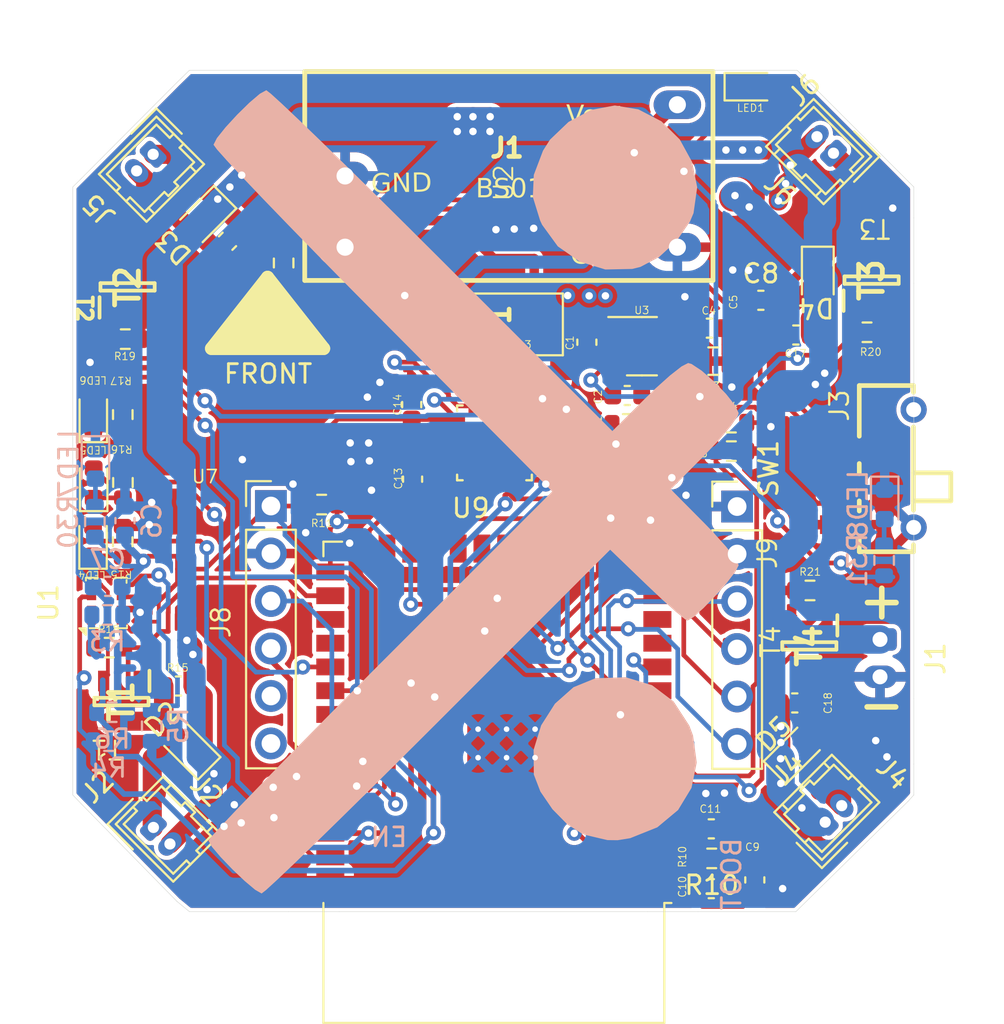
<source format=kicad_pcb>
(kicad_pcb (version 20241229) (generator "pcbnew") (generator_version "9.0")
  (layers (0 "F.Cu" signal) (2 "B.Cu" signal) (13 "F.Paste" user) (15 "B.Paste" user) (5 "F.SilkS" user "F.Silkscreen") (7 "B.SilkS" user "B.Silkscreen") (1 "F.Mask" user) (3 "B.Mask" user) (25 "Edge.Cuts" user))
  (net 0 "")
  (net 1 "VBUS")
  (net 2 "GND")
  (net 3 "Net-(U3-BP)")
  (net 4 "+3V3")
  (net 5 "+BATT")
  (net 6 "/EN")
  (net 7 "Net-(U9-REGOUT)")
  (net 8 "Net-(U9-CPOUT)")
  (net 9 "Net-(D2-A)")
  (net 10 "Net-(D3-A)")
  (net 11 "Net-(D4-A)")
  (net 12 "Net-(D5-A)")
  (net 13 "/RXD2")
  (net 14 "/TXD2")
  (net 15 "/SDA")
  (net 16 "/SCL")
  (net 18 "/SRV_2")
  (net 20 "/SRV_4")
  (net 21 "Net-(LED1-A)")
  (net 22 "Net-(LED4-K)")
  (net 23 "/LED_1")
  (net 24 "Net-(LED5-K)")
  (net 25 "/LED_2")
  (net 26 "Net-(LED6-K)")
  (net 27 "/LED_3")
  (net 28 "/LDO_H")
  (net 29 "/RX")
  (net 30 "/TX")
  (net 31 "/IO0")
  (net 32 "Net-(U9-AD0)")
  (net 33 "/MOT_1")
  (net 34 "/MOT_2")
  (net 35 "/MOT_3")
  (net 36 "/MOT_4")
  (net 37 "LDO_EN")
  (net 38 "/ADC_BAT")
  (net 66 "Net-(LED7-A)")
  (net 67 "Net-(LED8-A)")
  (net 68 "VDD")
  (net 71 "Net-(U1-CSB)")
  (net 72 "Net-(U1-SDO)")
  (footprint "Resistor_SMD:R_0603_1608Metric" (layer "F.Cu") (at 111.08055 86.05393 -90)
    (property "Reference" "R16" (hide yes))
    (property "Value" "1K")
  )
  (footprint "S8050:SOT95P240X115-3N" (layer "F.Cu") (at 111 97.77222 -90)
    (property "Reference" "T1")
    (property "Value" "SI2302DS-T1" (hide yes))
  )
  (footprint "Package_LGA:Bosch_LGA-8_2x2.5mm_P0.65mm_ClockwisePinNumbering" (layer "F.Cu") (at 110.2 92.5 90)
    (property "Reference" "U1")
    (property "Value" "BMP280")
  )
  (footprint "Capacitor_SMD:C_0603_1608Metric" (layer "F.Cu") (at 144.89049 107.31246 90)
    (property "Reference" "C9" (hide yes))
    (property "Value" "10uf")
  )
  (footprint "Resistor_SMD:R_0603_1608Metric" (layer "F.Cu") (at 135.97763 85.09635)
    (property "Reference" "R12" (hide yes))
    (property "Value" "10k")
  )
  (footprint "Capacitor_SMD:C_0603_1608Metric" (layer "F.Cu") (at 126.57963 85.8774 90)
    (property "Reference" "C13" (hide yes))
    (property "Value" "0.1uf")
  )
  (footprint "Resistor_SMD:R_0603_1608Metric" (layer "F.Cu") (at 111.07 89.225 -90)
    (property "Reference" "R15" (hide yes))
    (property "Value" "1K")
  )
  (footprint "Capacitor_SMD:C_0805_2012Metric" (layer "F.Cu") (at 142.66545 79.56423)
    (property "Reference" "C3" (hide yes))
    (property "Value" "2.2uF")
  )
  (footprint "Resistor_SMD:R_0603_1608Metric" (layer "F.Cu") (at 133.375 80.32 180)
    (property "Reference" "R13" (hide yes))
    (property "Value" "4.7k")
  )
  (footprint "Resistor_SMD:R_0603_1608Metric" (layer "F.Cu") (at 121.71426 87.2363 180)
    (property "Reference" "R11" (hide yes))
    (property "Value" "10k")
  )
  (footprint "drone:mpu6050" (layer "F.Cu") (at 130.96094 83.93542 180)
    (property "Reference" "U9")
    (property "Value" "MPU-6050")
  )
  (footprint "Capacitor_SMD:C_0603_1608Metric" (layer "F.Cu") (at 142.45971 77.8002)
    (property "Reference" "C4" (hide yes))
    (property "Value" "10u")
  )
  (footprint "LED_SMD:LED_0603_1608Metric" (layer "F.Cu") (at 109.49559 82.41284 90)
    (property "Reference" "LED6" (hide yes))
    (property "Value" "LED")
  )
  (footprint "drone:BS01" (layer "F.Cu") (at 131.955 70.035 90)
    (property "Reference" "U2")
    (property "Value" "~")
  )
  (footprint "Connector_Molex:Molex_Micro-Latch_53253-0270_1x02_P2.00mm_Vertical" (layer "F.Cu") (at 151.59 94.45 -90)
    (property "Reference" "J1")
    (property "Value" "Conn_01x02_Pin")
  )
  (footprint "LED_SMD:LED_0603_1608Metric" (layer "F.Cu") (at 144.75841 64.88684)
    (property "Reference" "LED1" (hide yes))
    (property "Value" "POW_LED")
  )
  (footprint "RF_Module:ESP32-WROOM-32" (layer "F.Cu") (at 130.92811 99.10145 180)
    (property "Reference" "U8" (hide yes))
    (property "Value" "ESP32-WROOM-32")
  )
  (footprint "SHOU HAN MSK-03-HB 125:SW-SMD_MSK-03-HB" (layer "F.Cu") (at 151.51 85.31 90)
    (property "Reference" "SW1")
    (property "Value" "K3-1280S-F1")
  )
  (footprint "Diode_SMD:D_SOD-323" (layer "F.Cu") (at 147.02409 100.51034 45)
    (property "Reference" "D5" (hide yes))
    (property "Value" "1N4148W")
  )
  (footprint "Resistor_SMD:R_0603_1608Metric" (layer "F.Cu") (at 111.20628 78.38694 180)
    (property "Reference" "R19" (hide yes))
    (property "Value" "10k")
  )
  (footprint "Capacitor_SMD:C_0603_1608Metric" (layer "F.Cu") (at 116.67617 73.152 -135)
    (property "Reference" "C16" (hide yes))
    (property "Value" "1uf")
  )
  (footprint "Resistor_SMD:R_0603_1608Metric" (layer "F.Cu") (at 143.63573 84.37626)
    (property "Reference" "U5" (hide yes))
    (property "Value" "100K")
  )
  (footprint "Capacitor_SMD:C_0603_1608Metric" (layer "F.Cu") (at 145.215 76.31)
    (property "Reference" "C8")
    (property "Value" "10uF")
  )
  (footprint "Resistor_SMD:R_0603_1608Metric" (layer "F.Cu") (at 111.07293 82.423 -90)
    (property "Reference" "R17" (hide yes))
    (property "Value" "1K")
  )
  (footprint "Resistor_SMD:R_0603_1608Metric" (layer "F.Cu") (at 135.97763 86.63432)
    (property "Reference" "R14" (hide yes))
    (property "Value" "10k")
  )
  (footprint "Capacitor_SMD:C_0603_1608Metric" (layer "F.Cu") (at 138.06424 81.40319 180)
    (property "Reference" "C2" (hide yes))
    (property "Value" "470pF")
  )
  (footprint "Resistor_SMD:R_0603_1608Metric" (layer "F.Cu") (at 147.84451 91.82989)
    (property "Reference" "R21" (hide yes))
    (property "Value" "10k")
  )
  (footprint "Resistor_SMD:R_0603_1608Metric" (layer "F.Cu") (at 110.34522 94.88805)
    (property "Reference" "R18" (hide yes))
    (property "Value" "10k")
  )
  (footprint "Capacitor_SMD:C_0603_1608Metric" (layer "F.Cu") (at 147.08632 78.16596)
    (property "Reference" "C17" (hide yes))
    (property "Value" "1uf")
  )
  (footprint "S8050:SOT95P240X115-3N" (layer "F.Cu") (at 147.80768 94.79661 -90)
    (property "Reference" "T4")
    (property "Value" "SI2302DS-T1" (hide yes))
  )
  (footprint "Connector_Hirose:Hirose_DF13-02P-1.25DSA_1x02_P1.25mm_Vertical" (layer "F.Cu") (at 112.69726 68.50253 -135)
    (property "Reference" "J5" (hide yes))
    (property "Value" "Conn_01x02_Female")
  )
  (footprint "Resistor_SMD:R_0603_1608Metric" (layer "F.Cu") (at 142.585 106.16 180)
    (property "Reference" "R10")
    (property "Value" "10k")
  )
  (footprint "S8050:SOT95P240X115-3N" (layer "F.Cu") (at 111.32947 75.59294 90)
    (property "Reference" "T2")
    (property "Value" "SI2302DS-T1" (hide yes))
  )
  (footprint "Resistor_SMD:R_0603_1608Metric" (layer "F.Cu") (at 143.63573 82.85607 180)
    (property "Reference" "U4" (hide yes))
    (property "Value" "100K")
  )
  (footprint "Diode_SMD:D_SOD-323" (layer "F.Cu") (at 115.48872 71.85533 -135)
    (property "Reference" "D3" (hide yes))
    (property "Value" "1N4148W")
  )
  (footprint "Capacitor_SMD:C_0603_1608Metric" (layer "F.Cu") (at 142.56161 107.77982)
    (property "Reference" "C10" (hide yes))
    (property "Value" "1uf")
  )
  (footprint "Connector_Hirose:Hirose_DF13-02P-1.25DSA_1x02_P1.25mm_Vertical" (layer "F.Cu") (at 148.656117 104.223883 45)
    (property "Reference" "J4")
    (property "Value" "Conn_01x02_Female")
  )
  (footprint "Diode_SMD:D_SOD-323" (layer "F.Cu") (at 148.26107 74.94397 -90)
    (property "Reference" "D4" (hide yes))
    (property "Value" "1N4148W")
  )
  (footprint "Resistor_SMD:R_0603_1608Metric" (layer "F.Cu") (at 138.07313 82.91957)
    (property "Reference" "R1" (hide yes))
    (property "Value" "470R")
  )
  (footprint "Capacitor_SMD:C_0603_1608Metric" (layer "F.Cu") (at 147.02917 97.84588)
    (property "Reference" "C18" (hide yes))
    (property "Value" "1uf")
  )
  (footprint "Capacitor_SMD:C_0603_1608Metric" (layer "F.Cu") (at 142.56258 104.58069)
    (property "Reference" "C11" (hide yes))
    (property "Value" "0.1uf")
  )
  (footprint "Capacitor_SMD:C_0603_1608Metric" (layer "F.Cu") (at 126.53264 81.88833 90)
    (property "Reference" "C14" (hide yes))
    (property "Value" "10uf")
  )
  (footprint "S8050:SOT95P240X115-3N" (layer "F.Cu") (at 151.14 75.23 90)
    (property "Reference" "T3")
    (property "Value" "SI2302DS-T1" (hide yes))
  )
  (footprint "LED_SMD:LED_0603_1608Metric" (layer "F.Cu") (at 109.51464 86.09997 90)
    (property "Reference" "LED5" (hide yes))
    (property "Value" "LED")
  )
  (footprint "Package_TO_SOT_SMD:SOT-23-5" (layer "F.Cu") (at 138.85037 78.7654)
    (property "Reference" "U3" (hide yes))
    (property "Value" "MIC5219-3.3YM5")
  )
  (footprint "Connector_PinHeader_2.54mm:PinHeader_1x06_P2.54mm_Vertical" (layer "F.Cu") (at 119 87.31377)
    (property "Reference" "J8" (hide yes))
    (property "Value" "Conn_01x06_Female" (hide yes))
  )
  (footprint "Resistor_SMD:R_0603_1608Metric" (layer "F.Cu") (at 119.68 74.315 -90)
    (property "Reference" "R2" (hide yes))
    (property "Value" "100K")
  )
  (footprint "Diode_SMD:D_SMA" (layer "F.Cu") (at 131.22 77.6 180)
    (property "Reference" "D1" (hide yes))
    (property "Value" "SS34")
  )
  (footprint "Capacitor_SMD:C_0603_1608Metric" (layer "F.Cu") (at 129.615 80.15 180)
    (property "Reference" "C12" (hide yes))
    (property "Value" "0.1uf")
  )
  (footprint "Resistor_SMD:R_0603_1608Metric" (layer "F.Cu") (at 150.895 78.02 180)
    (property "Reference" "R20" (hide yes))
    (property "Value" "10k")
  )
  (footprint "Capacitor_SMD:C_0603_1608Metric" (layer "F.Cu") (at 135.90397 78.55204 -90)
    (property "Reference" "C1" (hide yes))
    (property "Value" "10u")
  )
  (footprint "Connector_Hirose:Hirose_DF13-02P-1.25DSA_1x02_P1.25mm_Vertical" (layer "F.Cu") (at 149.10054 68.44284 135)
    (property "Reference" "J6")
    (property "Value" "Conn_01x02_Female")
  )
  (footprint "LED_SMD:LED_0603_1608Metric" (layer "F.Cu") (at 109.48162 89.18353 90)
    (property "Reference" "LED4" (hide yes))
    (property "Value" "LED")
  )
  (footprint "Connector_Hirose:Hirose_DF13-02P-1.25DSA_1x02_P1.25mm_Vertical" (layer "F.Cu") (at 112.7125 104.50576 -45)
    (property "Reference" "J2")
    (property "Value" "Conn_01x02_Female")
  )
  (footprint "Capacitor_SMD:C_0603_1608Metric" (layer "F.Cu") (at 114.05108 96.94164 180)
    (property "Reference" "C15" (hide yes))
    (property "Value" "1uf")
  )
  (footprint "Connector_PinHeader_2.54mm:PinHeader_1x06_P2.54mm_Vertical" (layer "F.Cu") (at 143.94407 87.34171)
    (property "Reference" "J9" (hide yes))
    (property "Value" "Conn_01x06_Female" (hide yes))
  )
  (footprint "Diode_SMD:D_SOD-323" (layer "F.Cu") (at 114.63655 100.28682 135)
    (property "Reference" "D2" (hide yes))
    (property "Value" "1N4148W")
  )
  (footprint "Capacitor_SMD:C_0603_1608Metric" (layer "B.Cu") (at 110.265 91.61 180)
    (property "Reference" "C7")
    (property "Value" "0.1uf")
  )
  (footprint "drone:logo" (layer "B.Cu") (at 132.68 86.15 180)
    (property "Reference" "G***" (hide yes))
    (property "Value" "LOGO" (hide yes))
  )
  (footprint "LED_SMD:LED_0603_1608Metric" (layer "B.Cu") (at 109.61 85.0625 -90)
    (property "Reference" "LED7")
    (property "Value" "POW_LED")
  )
  (footprint "Resistor_SMD:R_0603_1608Metric" (layer "B.Cu") (at 110.315 99.89)
    (property "Reference" "R4")
    (property "Value" "10k")
  )
  (footprint "Resistor_SMD:R_0603_1608Metric" (layer "B.Cu") (at 112.62 99.075 90)
    (property "Reference" "R5")
    (property "Value" "10k")
  )
  (footprint "Capacitor_SMD:C_0603_1608Metric" (layer "B.Cu") (at 111.19 88.095 90)
    (property "Reference" "C6")
    (property "Value" "1uf")
  )
  (footprint "Resistor_SMD:R_0603_1608Metric" (layer "B.Cu") (at 109.58 88.155 -90)
    (property "Reference" "R30")
    (property "Value" "470R")
  )
  (footprint "Resistor_SMD:R_0603_1608Metric" (layer "B.Cu") (at 151.81 90.22 -90)
    (property "Reference" "R31")
    (property "Value" "470R")
  )
  (footprint "LED_SMD:LED_0603_1608Metric" (layer "B.Cu") (at 151.84 87.2275 -90)
    (property "Reference" "LED8")
    (property "Value" "POW_LED")
  )
  (footprint "Resistor_SMD:R_0603_1608Metric" (layer "B.Cu") (at 110.5 98.34)
    (property "Reference" "R6")
    (property "Value" "10k")
  )
  (footprint "Resistor_SMD:R_0603_1608Metric" (layer "B.Cu") (at 110.245 93.14)
    (property "Reference" "R3")
    (property "Value" "10k")
  )
  (gr_line (start 122.64746 109.00842) (end 119.94744 109.00842) (stroke (width 0.0254)) (layer "Edge.Cuts"))
  (gr_line (start 108.39755 101.11638) (end 108.39755 102.76891) (stroke (width 0.0254)) (layer "Edge.Cuts"))
  (gr_line (start 141.84757 109.00842) (end 147.09 109.00842) (stroke (width 0.0254)) (layer "Edge.Cuts"))
  (gr_line (start 108.39755 70.24802) (end 108.86 69.79) (stroke (width 0.0254)) (layer "Edge.Cuts"))
  (gr_line (start 108.39755 75.40041) (end 108.39755 97.61652) (stroke (width 0.0254)) (layer "Edge.Cuts"))
  (gr_line (start 139.14755 109.00842) (end 141.84757 109.00842) (stroke (width 0.0254)) (layer "Edge.Cuts"))
  (gr_line (start 114.63706 64.00851) (end 113.94 64.69) (stroke (width 0.0254)) (layer "Edge.Cuts"))
  (gr_line (start 108.39755 97.61652) (end 108.39755 101.11638) (stroke (width 0.0254)) (layer "Edge.Cuts"))
  (gr_line (start 113.97 108.46) (end 114.63706 109.00842) (stroke (width 0.0254)) (layer "Edge.Cuts"))
  (gr_line (start 123.24741 64.00851) (end 138.54761 64.00851) (stroke (width 0.0254)) (layer "Edge.Cuts"))
  (gr_line (start 153.39746 71.90054) (end 153.39746 70.24802) (stroke (width 0.0254)) (layer "Edge.Cuts"))
  (gr_line (start 147.15795 64.00851) (end 153.39746 70.24802) (stroke (width 0.0254)) (layer "Edge.Cuts"))
  (gr_line (start 108.39755 102.76891) (end 108.84 103.23) (stroke (width 0.0254)) (layer "Edge.Cuts"))
  (gr_line (start 153.39746 102.76891) (end 153.08 103.12) (stroke (width 0.0254)) (layer "Edge.Cuts"))
  (gr_line (start 108.39755 70.24802) (end 108.39755 71.90054) (stroke (width 0.0254)) (layer "Edge.Cuts"))
  (gr_line (start 147.09 109.00842) (end 153.08 103.12) (stroke (width 0.0254)) (layer "Edge.Cuts"))
  (gr_line (start 153.39746 97.61652) (end 153.39746 75.40041) (stroke (width 0.0254)) (layer "Edge.Cuts"))
  (gr_line (start 113.94 64.69) (end 108.86 69.79) (stroke (width 0.0254)) (layer "Edge.Cuts"))
  (gr_line (start 139.14755 109.00842) (end 122.64746 109.00842) (stroke (width 0.0254)) (layer "Edge.Cuts"))
  (gr_line (start 153.39746 102.76891) (end 153.39746 101.11638) (stroke (width 0.0254)) (layer "Edge.Cuts"))
  (gr_line (start 153.39746 71.90054) (end 153.39746 75.40041) (stroke (width 0.0254)) (layer "Edge.Cuts"))
  (gr_line (start 108.84 103.23) (end 113.97 108.46) (stroke (width 0.0254)) (layer "Edge.Cuts"))
  (gr_line (start 147.15795 64.00851) (end 138.54761 64.00851) (stroke (width 0.0254)) (layer "Edge.Cuts"))
  (gr_line (start 123.24741 64.00851) (end 114.63706 64.00851) (stroke (width 0.0254)) (layer "Edge.Cuts"))
  (gr_line (start 114.63706 109.00842) (end 119.94744 109.00842) (stroke (width 0.0254)) (layer "Edge.Cuts"))
  (gr_line (start 153.39746 97.61652) (end 153.39746 101.11638) (stroke (width 0.0254)) (layer "Edge.Cuts"))
  (gr_line (start 108.39755 75.40041) (end 108.39755 71.90054) (stroke (width 0.0254)) (layer "Edge.Cuts"))
  (gr_text "R18" (at 109.71 94.14 0) (layer "F.SilkS") (effects (font (size 0.4 0.4)) (justify left bottom)))
  (gr_text "D5\n" (at 145.57 100.68 45) (layer "F.SilkS") (effects (font (size 1 1)) (justify left bottom)))
  (gr_text "U8" (at 130.55 94.46 0) (layer "F.SilkS") (effects (font (size 1 1)) (justify left bottom)))
  (gr_text "R12" (at 135.31 84.37 0) (layer "F.SilkS") (effects (font (size 0.4 0.4)) (justify left bottom)))
  (gr_text "R20" (at 150.48 79.31 0) (layer "F.SilkS") (effects (font (size 0.4 0.4)) (justify left bottom)))
  (gr_text "U9" (at 130.08 81.47 0) (layer "F.SilkS") (effects (font (size 0.8 0.8) (thickness 0.2) (bold yes)) (justify left bottom)))
  (gr_text "R15" (at 111.61 90.74 180) (layer "F.SilkS") (effects (font (size 0.4 0.4)) (justify left bottom)))
  (gr_text "J9" (at 146.15 90.76 90) (layer "F.SilkS") (effects (font (size 1 1)) (justify left bottom)))
  (gr_text "C9" (at 144.34 105.79 0) (layer "F.SilkS") (effects (font (size 0.4 0.4)) (justify left bottom)))
  (gr_text "R13" (at 131.75 78.92 0) (layer "F.SilkS") (effects (font (size 0.4 0.4)) (justify left bottom)))
  (gr_text "LED4" (at 110.19 90.77 180) (layer "F.SilkS") (effects (font (size 0.4 0.4)) (justify left bottom)))
  (gr_text "C10" (at 141.25 108.29 90) (layer "F.SilkS") (effects (font (size 0.4 0.4)) (justify left bottom)))
  (gr_text "R19" (at 110.57 79.54 0) (layer "F.SilkS") (effects (font (size 0.4 0.4)) (justify left bottom)))
  (gr_text "T1" (at 111.12 99.74 180) (layer "F.SilkS") (effects (font (size 1 1)) (justify left bottom)))
  (gr_text "R21" (at 147.24 91.07 0) (layer "F.SilkS") (effects (font (size 0.4 0.4)) (justify left bottom)))
  (gr_text "T2" (at 108.56 75.95 -90) (layer "F.SilkS") (effects (font (size 0.8 0.8) (thickness 0.2) (bold yes)) (justify left bottom)))
  (gr_text "J2" (at 109.47 103.43 45) (layer "F.SilkS") (effects (font (size 1 1)) (justify left bottom)))
  (gr_text "D4" (at 149.24 76.13 180) (layer "F.SilkS") (effects (font (size 1 1)) (justify left bottom)))
  (gr_text "C18" (at 149.04 98.47 90) (layer "F.SilkS") (effects (font (size 0.4 0.4)) (justify left bottom)))
  (gr_text "D2" (at 112.84 99.9 45) (layer "F.SilkS") (effects (font (size 1 1)) (justify left bottom)))
  (gr_text "D3" (at 114.97 73.81 135) (layer "F.SilkS") (effects (font (size 1 1)) (justify left bottom)))
  (gr_text "C14" (at 126.01 82.51 90) (layer "F.SilkS") (effects (font (size 0.4 0.4)) (justify left bottom)))
  (gr_text "T4" (at 146.32 95.51 90) (layer "F.SilkS") (effects (font (size 1 1)) (justify left bottom)))
  (gr_text "U4" (at 143.15 82.23 0) (layer "F.SilkS") (effects (font (size 0.4 0.4)) (justify left bottom)))
  (gr_text "J6" (at 147.28 66.15 45) (layer "F.SilkS") (effects (font (size 1 1)) (justify left bottom)))
  (gr_text "C12" (at 128.77 78.92 0) (layer "F.SilkS") (effects (font (size 0.4 0.4)) (justify left bottom)))
  (gr_text "C2" (at 136.74 81.9 90) (layer "F.SilkS") (effects (font (size 0.4 0.4)) (justify left bottom)))
  (gr_text "FRONT" (at 116.39 80.83 0) (layer "F.SilkS") (effects (font (size 1 1)) (justify left bottom)))
  (gr_text "C5" (at 143.98 76.83 90) (layer "F.SilkS") (effects (font (size 0.4 0.4)) (justify left bottom)))
  (gr_text "R2\n" (at 121.99 72.56 90) (layer "F.SilkS") (effects (font (size 0.4 0.4)) (justify left bottom)))
  (gr_text "J1" (at 130.61 68.75 0) (layer "F.SilkS") (effects (font (size 1 1) (thickness 0.25) (bold yes)) (justify left bottom)))
  (gr_text "+" (at 153.12 93.5 0) (layer "F.SilkS") (effects (font (size 2 2) (thickness 0.3) (bold yes)) (justify left bottom mirror)))
  (gr_text "J8" (at 116.91 94.46 90) (layer "F.SilkS") (effects (font (size 1 1)) (justify left bottom)))
  (gr_text "U3" (at 138.41 77.08 0) (layer "F.SilkS") (effects (font (size 0.4 0.4)) (justify left bottom)))
  (gr_text "C1" (at 135.23 79.01 90) (layer "F.SilkS") (effects (font (size 0.4 0.4)) (justify left bottom)))
  (gr_text "▶" (at 122.38 80.54 90) (layer "F.SilkS") (effects (font (size 7 5) (thickness 0.7)) (justify left bottom)))
  (gr_text "C4" (at 142.01 77.1 0) (layer "F.SilkS") (effects (font (size 0.4 0.4)) (justify left bottom)))
  (gr_text "T3" (at 152.23 71.89 180) (layer "F.SilkS") (effects (font (size 1 1)) (justify left bottom)))
  (gr_text "J5\n" (at 110.9 71.73 135) (layer "F.SilkS") (effects (font (size 1 1)) (justify left bottom)))
  (gr_text "C17" (at 146.46 79.39 0) (layer "F.SilkS") (effects (font (size 0.4 0.4)) (justify left bottom)))
  (gr_text "C3" (at 142.05 81.24 0) (layer "F.SilkS") (effects (font (size 0.5 0.5)) (justify left bottom)))
  (gr_text "J3" (at 150 82.88 90) (layer "F.SilkS") (effects (font (size 1 1)) (justify left bottom)))
  (gr_text "R10" (at 141.25 106.69 90) (layer "F.SilkS") (effects (font (size 0.4 0.4)) (justify left bottom)))
  (gr_text "LED5" (at 110.25 84.08 180) (layer "F.SilkS") (effects (font (size 0.4 0.4)) (justify left bottom)))
  (gr_text "U7" (at 114.71 86.15 0) (layer "F.SilkS") (effects (font (size 0.7 0.7)) (justify left bottom)))
  (gr_text "U5" (at 142.35 84.81 90) (layer "F.SilkS") (effects (font (size 0.4 0.4)) (justify left bottom)))
  (gr_text "LED6" (at 110.25 80.35 180) (layer "F.SilkS") (effects (font (size 0.4 0.4)) (justify left bottom)))
  (gr_text "C13" (at 126.05 86.46 90) (layer "F.SilkS") (effects (font (size 0.4 0.4)) (justify left bottom)))
  (gr_text "LED1" (at 143.9 66.26 0) (layer "F.SilkS") (effects (font (size 0.4 0.4)) (justify left bottom)))
  (gr_text "R1" (at 136.73 83.28 90) (layer "F.SilkS") (effects (font (size 0.4 0.4)) (justify left bottom)))
  (gr_text "-" (at 153.1 99.08 0) (layer "F.SilkS") (effects (font (size 2 2) (thickness 0.3) (bold yes)) (justify left bottom mirror)))
  (gr_text "J4\n" (at 151.17 101.36 -45) (layer "F.SilkS") (effects (font (size 1 1)) (justify left bottom)))
  (gr_text "C11" (at 141.9 103.75 0) (layer "F.SilkS") (effects (font (size 0.4 0.4)) (justify left bottom)))
  (gr_text "R14" (at 135.32 87.9 0) (layer "F.SilkS") (effects (font (size 0.4 0.4)) (justify left bottom)))
  (gr_text "R16" (at 111.63 84.04 180) (layer "F.SilkS") (effects (font (size 0.4 0.4)) (justify left bottom)))
  (gr_text "D1" (at 131.88 78.71 90) (layer "F.SilkS") (effects (font (size 1 1) (thickness 0.25) (bold yes)) (justify left bottom)))
  (gr_text "R11" (at 121.11 88.47 0) (layer "F.SilkS") (effects (font (size 0.4 0.4)) (justify left bottom)))
  (gr_text "R17" (at 111.59 80.37 180) (layer "F.SilkS") (effects (font (size 0.4 0.4)) (justify left bottom)))
  (gr_text "R15" (at 113.4 96.2 0) (layer "F.SilkS") (effects (font (size 0.4 0.4)) (justify left bottom)))
  (gr_text "EN" (at 126.39 105.61 0) (layer "B.SilkS") (effects (font (size 1 1)) (justify left bottom mirror)))
  (gr_text "BOOT" (at 144.23 104.97 90) (layer "B.SilkS") (effects (font (size 1 1)) (justify left bottom mirror)))
  (segment (start 137.67451 77.77704) (end 137.71287 77.8154) (width 0.508) (layer "F.Cu") (net 1))
  (segment (start 133.22 77.6) (end 133.08816 77.46816) (width 0.508) (layer "F.Cu") (net 1))
  (segment (start 135.90397 77.77704) (end 137.67451 77.77704) (width 0.508) (layer "F.Cu") (net 1))
  (segment (start 133.08816 74.08) (end 130.92 74.08) (width 0.508) (layer "F.Cu") (net 1))
  (segment (start 119.68 73.49) (end 119.87 73.49) (width 0.508) (layer "F.Cu") (net 1))
  (segment (start 130.92 74.08) (end 128.89 72.05) (width 0.508) (layer "F.Cu") (net 1))
  (segment (start 135.90397 77.77704) (end 135.90397 76.88961) (width 0.508) (layer "F.Cu") (net 1))
  (segment (start 133.08816 77.46816) (end 133.08816 74.08) (width 0.508) (layer "F.Cu") (net 1))
  (segment (start 136.89711 76.07173) (end 136.02589 76.07173) (width 1.27) (layer "F.Cu") (net 1))
  (segment (start 134.76351 76.05649) (end 136.88187 76.05649) (width 1.27) (layer "F.Cu") (net 1))
  (segment (start 136.88187 76.05649) (end 136.89711 76.07173) (width 1.27) (layer "F.Cu") (net 1))
  (segment (start 133.22 77.6) (end 134.76351 76.05649) (width 1.27) (layer "F.Cu") (net 1))
  (segment (start 135.90397 76.88961) (end 135.07085 76.05649) (width 0.508) (layer "F.Cu") (net 1))
  (segment (start 121.12 72.05) (end 119.68 73.49) (width 0.508) (layer "F.Cu") (net 1))
  (segment (start 134.87908 76.05649) (end 134.76351 76.05649) (width 0.508) (layer "F.Cu") (net 1))
  (segment (start 135.07085 76.05649) (end 134.87908 76.05649) (width 0.508) (layer "F.Cu") (net 1))
  (segment (start 128.89 72.05) (end 121.12 72.05) (width 0.508) (layer "F.Cu") (net 1))
  (segment (start 134.76351 76.05649) (end 135.07212 76.05649) (width 0.508) (layer "F.Cu") (net 1))
  (via (at 136.89711 76.07173) (size 0.8) (drill 0.4) (layers "F.Cu" "B.Cu") (net 1))
  (via (at 136.02589 76.07173) (size 0.8) (drill 0.4) (layers "F.Cu" "B.Cu") (net 1))
  (via (at 134.87908 76.05649) (size 0.8) (drill 0.4) (layers "F.Cu" "B.Cu") (net 1))
  (segment (start 129.492124 80.702124) (end 130.21094 81.42094) (width 0.25) (layer "F.Cu") (net 2))
  (segment (start 111.825 92.825) (end 112.0001 93.0001) (width 0.25) (layer "F.Cu") (net 2))
  (segment (start 144.57897 106.53746) (end 143.33661 107.77982) (width 0.25) (layer "F.Cu") (net 2))
  (segment (start 144.89049 106.53746) (end 144.57897 106.53746) (width 0.25) (layer "F.Cu") (net 2))
  (segment (start 129.132124 80.702124) (end 129.492124 80.702124) (width 0.25) (layer "F.Cu") (net 2))
  (segment (start 128.66721 80.23721) (end 129.132124 80.702124) (width 0.25) (layer "F.Cu") (net 2))
  (segment (start 130.21094 81.42094) (end 130.21094 81.96042) (width 0.25) (layer "F.Cu") (net 2))
  (segment (start 109.4 94.76783) (end 109.52022 94.88805) (width 0.25) (layer "F.Cu") (net 2))
  (segment (start 143.23471 79.18349) (end 143.61545 79.56423) (width 0.25) (layer "F.Cu") (net 2))
  (segment (start 123.21 89.3) (end 123.29336 89.21664) (width 0.25) (layer "F.Cu") (net 2))
  (segment (start 123.29336 87.55664) (end 124.38 86.47) (width 0.25) (layer "F.Cu") (net 2))
  (segment (start 109.4 93.475) (end 109.4 94.76783) (width 0.25) (layer "F.Cu") (net 2))
  (segment (start 143.23471 77.8002) (end 143.23471 78.68) (width 0.25) (layer "F.Cu") (net 2))
  (segment (start 123.29336 89.21664) (end 123.29336 87.55664) (width 0.25) (layer "F.Cu") (net 2))
  (segment (start 111 92.825) (end 111.825 92.825) (width 0.25) (layer "F.Cu") (net 2))
  (segment (start 143.23471 78.68) (end 143.23471 79.18349) (width 0.25) (layer "F.Cu") (net 2))
  (via (at 143.2687 102.66807) (size 0.8) (drill 0.4) (layers "F.Cu" "B.Cu") (net 2))
  (via (at 131.04 72.53) (size 0.8) (drill 0.4) (layers "F.Cu" "B.Cu") (net 2))
  (via (at 142.27 102.69) (size 0.8) (drill 0.4) (layers "F.Cu" "B.Cu") (net 2))
  (via (at 123.24 83.94) (size 0.8) (drill 0.4) (layers "F.Cu" "B.Cu") (net 2))
  (via (at 120.86 88.74) (size 0.8) (drill 0.4) (layers "F.Cu" "B.Cu") (net 2))
  (via (at 124.83 80.7) (size 0.8) (drill 0.4) (layers "F.Cu" "B.Cu") (net 2))
  (via (at 146.37893 107.77601) (size 0.8) (drill 0.4) (layers "F.Cu" "B.Cu") (net 2))
  (via (at 124.16 81.49) (size 0.8) (drill 0.4) (layers "F.Cu" "B.Cu") (net 2))
  (via (at 143.66 80.95) (size 0.8) (drill 0.4) (layers "F.Cu" "B.Cu") (net 2))
  (via (at 141.21 86.74) (size 0.8) (drill 0.4) (layers "F.Cu" "B.Cu") (net 2))
  (via (at 152.27 71.38) (size 0.8) (drill 0.4) (layers "F.Cu" "B.Cu") (net 2))
  (via (at 134.80669 82.14106) (size 0.8) (drill 0.4) (layers "F.Cu" "B.Cu") (net 2))
  (via (at 144.56 74.71) (size 0.8) (drill 0.4) (layers "F.Cu" "B.Cu") (net 2))
  (via (at 143.71 74.69) (size 0.8) (drill 0.4) (layers "F.Cu" "B.Cu") (net 2))
  (via (at 151.96 100.73) (size 0.8) (drill 0.4) (layers "F.Cu" "B.Cu") (net 2))
  (via (at 117.47 84.83) (size 0.8) (drill 0.4) (layers "F.Cu" "B.Cu") (net 2))
  (via (at 124.38 86.47) (size 0.8) (drill 0.4) (layers "F.Cu" "B.Cu") (net 2))
  (via (at 117.04 103.29) (size 0.8) (drill 0.4) (layers "F.Cu" "B.Cu") (net 2))
  (via (at 123.21 89.3) (size 0.8) (drill 0.4) (layers "F.Cu" "B.Cu") (net 2))
  (via (at 117.41 104.26) (size 0.8) (drill 0.4) (layers "F.Cu" "B.Cu") (net 2))
  (via (at 124.23 83.94) (size 0.8) (drill 0.4) (layers "F.Cu" "B.Cu") (net 2))
  (via (at 112.49 88.31) (size 0.8) (drill 0.4) (layers "F.Cu" "B.Cu") (net 2))
  (via (at 141.15 76.12) (size 0.8) (drill 0.4) (layers "F.Cu" "B.Cu") (net 2))
  (via (at 120.18 86.14) (size 0.8) (drill 0.4) (layers "F.Cu" "B.Cu") (net 2))
  (via (at 133.06 72.46) (size 0.8) (drill 0.4) (layers "F.Cu" "B.Cu") (net 2))
  (via (at 116.49 104.45) (size 0.8) (drill 0.4) (layers "F.Cu" "B.Cu") (net 2))
  (via (at 124.27 84.9) (size 0.8) (drill 0.4) (layers "F.Cu" "B.Cu") (net 2))
  (via (at 109.32 79.63) (size 0.8) (drill 0.4) (layers "F.Cu" "B.Cu") (net 2))
  (via (at 132.02 72.5) (size 0.8) (drill 0.4) (layers "F.Cu" "B.Cu") (net 2))
  (via (at 123.28 84.94) (size 0.8) (drill 0.4) (layers "F.Cu" "B.Cu") (net 2))
  (via (at 112.62 87.12) (size 0.8) (drill 0.4) (layers "F.Cu" "B.Cu") (net 2))
  (via (at 112.0001 93.0001) (size 0.8) (drill 0.4) (layers "F.Cu" "B.Cu") (net 2))
  (via (at 151.36 99.86) (size 0.8) (drill 0.4) (layers "F.Cu" "B.Cu") (net 2))
  (segment (start 109.49 91.61) (end 110.26 92.38) (width 0.4) (layer "B.Cu") (net 2))
  (segment (start 120.18 87.67) (end 120.18 86.14) (width 0.25) (layer "B.Cu") (net 2))
  (segment (start 111.19 87.32) (end 110.38 88.13) (width 0.4) (layer "B.Cu") (net 2))
  (segment (start 120.86 88.74) (end 120.728524 88.608524) (width 0.25) (layer "B.Cu") (net 2))
  (segment (start 110.38 88.13) (end 108.91 88.13) (width 0.4) (layer "B.Cu") (net 2))
  (segment (start 108.7514 88.2886) (end 108.7514 90.8714) (width 0.4) (layer "B.Cu") (net 2))
  (segment (start 116.26994 104.45) (end 116.49 104.45) (width 0.25) (layer "B.Cu") (net 2))
  (segment (start 120.728524 88.218524) (end 120.18 87.67) (width 0.25) (layer "B.Cu") (net 2))
  (segment (start 143.66 80.95) (end 143.71 80.9) (width 0.25) (layer "B.Cu") (net 2))
  (segment (start 110.26 94.42) (end 110 94.68) (width 0.25) (layer "B.Cu") (net 2))
  (segment (start 112.62 99.9) (end 112.62 100.80006) (width 0.25) (layer "B.Cu") (net 2))
  (segment (start 121.81 89.3) (end 123.21 89.3) (width 0.25) (layer "B.Cu") (net 2))
  (segment (start 143.71 80.9) (end 143.71 74.69) (width 0.25) (layer "B.Cu") (net 2))
  (segment (start 120.86 88.74) (end 121.2022 89.0822) (width 0.25) (layer "B.Cu") (net 2))
  (segment (start 121.5922 89.0822) (end 121.81 89.3) (width 0.25) (layer "B.Cu") (net 2))
  (segment (start 112.62 100.80006) (end 116.26994 104.45) (width 0.25) (layer "B.Cu") (net 2))
  (segment (start 108.91 88.13) (end 108.7514 88.2886) (width 0.4) (layer "B.Cu") (net 2))
  (segment (start 110.26 92.38) (end 110.26 94.42) (width 0.4) (layer "B.Cu") (net 2))
  (segment (start 121.2022 89.0822) (end 121.5922 89.0822) (width 0.25) (layer "B.Cu") (net 2))
  (segment (start 108.7514 90.8714) (end 109.49 91.61) (width 0.4) (layer "B.Cu") (net 2))
  (segment (start 120.728524 88.608524) (end 120.728524 88.218524) (width 0.25) (layer "B.Cu") (net 2))
  (segment (start 139.6619 81.40319) (end 138.83924 81.40319) (width 0.25) (layer "F.Cu") (net 3))
  (segment (start 139.98787 81.07722) (end 139.6619 81.40319) (width 0.25) (layer "F.Cu") (net 3))
  (segment (start 139.98787 79.7154) (end 139.98787 81.07722) (width 0.25) (layer "F.Cu") (net 3))
  (segment (start 131.71094 81.22322) (end 131.71734 81.21682) (width 0.25) (layer "F.Cu") (net 4))
  (segment (start 133.54824 81.59) (end 134.291998 81.59) (width 0.25) (layer "F.Cu") (net 4))
  (segment (start 144.2469 108.73105) (end 144.89049 108.08746) (width 0.25) (layer "F.Cu") (net 4))
  (segment (start 135.28753 81.38746) (end 135.60044 81.70037) (width 0.25) (layer "F.Cu") (net 4))
  (segment (start 137.21715 86.63432) (end 136.80263 86.63432) (width 0.25) (layer "F.Cu") (net 4))
  (segment (start 113.0001 93.401744) (end 113.0001 92.5001) (width 0.2) (layer "F.Cu") (net 4))
  (segment (start 141.66951 77.8154) (end 141.68471 77.8002) (width 0.25) (layer "F.Cu") (net 4))
  (segment (start 114 90.68708) (end 115.488672 90.68708) (width 0.25) (layer "F.Cu") (net 4))
  (segment (start 141.75282 107.74603) (end 141.78661 107.77982) (width 0.25) (layer "F.Cu") (net 4))
  (segment (start 114 90) (end 114 90.68708) (width 0.25) (layer "F.Cu") (net 4))
  (segment (start 135.60044 83.89416) (end 136.80263 85.09635) (width 0.25) (layer "F.Cu") (net 4))
  (segment (start 112.292017 93.5001) (end 112.901744 93.5001) (width 0.2) (layer "F.Cu") (net 4))
  (segment (start 113.0001 92.5001) (end 112.955872 92.455872) (width 0.2) (layer "F.Cu") (net 4))
  (segment (start 127.918172 81.642652) (end 128.96094 82.68542) (width 0.25) (layer "F.Cu") (net 4))
  (segment (start 132.84682 81.21682) (end 133.2021 81.5721) (width 0.25) (layer "F.Cu") (net 4))
  (segment (start 122.06097 86.10219) (end 122.06097 83.17738) (width 0.25) (layer "F.Cu") (net 4))
  (segment (start 122.06097 83.17738) (end 122.57502 82.66333) (width 0.25) (layer "F.Cu") (net 4))
  (segment (start 139.67811 106.08145) (end 141.72196 106.08145) (width 0.25) (layer "F.Cu") (net 4))
  (segment (start 111.964088 93.828029) (end 112.292017 93.5001) (width 0.2) (layer "F.Cu") (net 4))
  (segment (start 149.5 90.36) (end 148.36 90.36) (width 0.25) (layer "F.Cu") (net 4))
  (segment (start 111.535 94.01) (end 111 93.475) (width 0.25) (layer "F.Cu") (net 4))
  (segment (start 134.494538 81.38746) (end 135.28753 81.38746) (width 0.25) (layer "F.Cu") (net 4))
  (segment (start 141.71545 79.56423) (end 141.71545 79.95455) (width 0.25) (layer "F.Cu") (net 4))
  (segment (start 135.42192 104.82) (end 136.68337 106.08145) (width 0.25) (layer "F.Cu") (net 4))
  (segment (start 128.96094 82.68542) (end 126.55473 82.68542) (width 0.25) (layer "F.Cu") (net 4))
  (segment (start 113.205872 92.205872) (end 112.955872 92.455872) (width 0.25) (layer "F.Cu") (net 4))
  (segment (start 141.78661 108.42498) (end 142.09268 108.73105) (width 0.25) (layer "F.Cu") (net 4))
  (segment (start 138.0778 87.025358) (end 138.0778 90.02274) (width 0.25) (layer "F.Cu") (net 4))
  (segment (start 138.05147 85.8) (end 139.303158 85.8) (width 0.25) (layer "F.Cu") (net 4))
  (segment (start 112.884943 92.5268) (end 112.883696 92.528047) (width 0.25) (layer "F.Cu") (net 4))
  (segment (start 112.901744 93.5001) (end 113.0001 93.401744) (width 0.2) (layer "F.Cu") (net 4))
  (segment (start 112.884944 92.5268) (end 112.884943 92.5268) (width 0.25) (layer "F.Cu") (net 4))
  (segment (start 141.72196 106.08145) (end 141.75282 106.11231) (width 0.25) (layer "F.Cu") (net 4))
  (segment (start 120.92686 87.2363) (end 122.06097 86.10219) (width 0.25) (layer "F.Cu") (net 4))
  (segment (start 142.09268 108.73105) (end 144.2469 108.73105) (width 0.25) (layer "F.Cu") (net 4))
  (segment (start 148.36 90.36) (end 146.11 88.11) (width 0.25) (layer "F.Cu") (net 4))
  (segment (start 141.75282 106.11231) (end 141.75282 107.74603) (width 0.25) (layer "F.Cu") (net 4))
  (segment (start 134.291998 81.59) (end 134.494538 81.38746) (width 0.25) (layer "F.Cu") (net 4))
  (segment (start 138.89813 82.91957) (end 140.4569 82.91957) (width 0.25) (layer "F.Cu") (net 4))
  (segment (start 122.57502 82.66333) (end 126.53264 82.66333) (width 0.25) (layer "F.Cu") (net 4))
  (segment (start 112.1736 90.260061) (end 112.433661 90) (width 0.25) (layer "F.Cu") (net 4))
  (segment (start 115.488672 90.68708) (end 118.35892 87.816832) (width 0.25) (layer "F.Cu") (net 4))
  (segment (start 140.45 85.8) (end 138.05147 85.8) (width 0.25) (layer "F.Cu") (net 4))
  (segment (start 133.2021 81.5721) (end 133.53034 81.5721) (width 0.25) (layer "F.Cu") (net 4))
  (segment (start 140.46647 83.08655) (end 138.45667 85.09635) (width 0.25) (layer "F.Cu") (net 4))
  (segment (start 138.09591 90.04085) (end 132.92 95.21676) (width 0.25) (layer "F.Cu") (net 4))
  (segment (start 113.175 92.175) (end 113.205872 92.205872) (width 0.25) (layer "F.Cu") (net 4))
  (segment (start 136.68337 106.08145) (end 139.67811 106.08145) (width 0.25) (layer "F.Cu") (net 4))
  (segment (start 140.4569 82.91957) (end 140.46647 82.91) (width 0.25) (layer "F.Cu") (net 4))
  (segment (start 141.68471 77.8002) (end 141.68471 79.53349) (width 0.25) (layer "F.Cu") (net 4))
  (segment (start 141.78661 107.77982) (end 141.78661 108.42498) (width 0.25) (layer "F.Cu") (net 4))
  (segment (start 127.746031 81.642652) (end 127.918172 81.642652) (width 0.25) (layer "F.Cu") (net 4))
  (segment (start 111.964088 93.828029) (end 111.782118 94.01) (width 0.25) (layer "F.Cu") (net 4))
  (segment (start 111 93.475) (end 111.06655 93.475) (width 0.25) (layer "F.Cu") (net 4))
  (segment (start 133.53034 81.5721) (end 133.54824 81.59) (width 0.25) (layer "F.Cu") (net 4))
  (segment (start 138.05147 85.8) (end 137.21715 86.63432) (width 0.25) (layer "F.Cu") (net 4))
  (segment (start 118.35892 87.31377) (end 120.81179 87.31377) (width 0.25) (layer "F.Cu") (net 4))
  (segment (start 111.782118 94.01) (end 111.535 94.01) (width 0.25) (layer "F.Cu") (net 4))
  (segment (start 139.303158 85.8) (end 138.0778 87.025358) (width 0.25) (layer "F.Cu") (net 4))
  (segment (start 131.71734 81.21682) (end 132.84682 81.21682) (width 0.25) (layer "F.Cu") (net 4))
  (segment (start 111 92.175) (end 113.175 92.175) (width 0.25) (layer "F.Cu") (net 4))
  (segment (start 120.81179 87.31377) (end 120.88926 87.2363) (width 0.25) (layer "F.Cu") (net 4))
  (segment (start 118.35892 87.816832) (end 118.35892 87.31377) (width 0.25) (layer "F.Cu") (net 4))
  (segment (start 114 90.68708) (end 114 91.411744) (width 0.25) (layer "F.Cu") (net 4))
  (segment (start 140.46647 82.91) (end 140.46647 83.08655) (width 0.25) (layer "F.Cu") (net 4))
  (segment (start 131.71094 81.96042) (end 131.71094 81.22322) (width 0.25) (layer "F.Cu") (net 4))
  (segment (start 112.955872 92.455872) (end 112.884944 92.5268) (width 0.25) (layer "F.Cu") (net 4))
  (segment (start 141.71545 79.95455) (end 140.46647 81.20353) (width 0.25) (layer "F.Cu") (net 4))
  (segment (start 126.55473 82.68542) (end 126.53264 82.66333) (width 0.25) (layer "F.Cu") (net 4))
  (segment (start 136.80263 85.09635) (end 136.80263 86.63432) (width 0.25) (layer "F.Cu") (net 4))
  (segment (start 135.23 104.82) (end 135.42192 104.82) (width 0.25) (layer "F.Cu") (net 4))
  (segment (start 112.433661 90) (end 114 90) (width 0.25) (layer "F.Cu") (net 4))
  (segment (start 132.92 95.21676) (end 135.23 97.52676) (width 0.25) (layer "F.Cu") (net 4))
  (segment (start 120.88926 87.2363) (end 120.92686 87.2363) (width 0.25) (layer "F.Cu") (net 4))
  (segment (start 138.45667 85.09635) (end 136.80263 85.09635) (width 0.25) (layer "F.Cu") (net 4))
  (segment (start 139.98787 77.8154) (end 141.66951 77.8154) (width 0.25) (layer "F.Cu") (net 4))
  (segment (start 140.46647 81.20353) (end 140.46647 82.91) (width 0.25) (layer "F.Cu") (net 4))
  (segment (start 135.23 97.52676) (end 135.23 104.82) (width 0.25) (layer "F.Cu") (net 4))
  (segment (start 135.60044 81.70037) (end 135.60044 83.89416) (width 0.25) (layer "F.Cu") (net 4))
  (segment (start 114 91.411744) (end 113.205872 92.205872) (width 0.25) (layer "F.Cu") (net 4))
  (segment (start 141.68471 79.53349) (end 141.71545 79.56423) (width 0.25) (layer "F.Cu") (net 4))
  (segment (start 138.0778 90.02274) (end 138.09591 90.04085) (width 0.25) (layer "F.Cu") (net 4))
  (via (at 133.53034 81.5721) (size 0.8) (drill 0.4) (layers "F.Cu" "B.Cu") (net 4))
  (via (at 149.5 90.36) (size 0.8) (drill 0.4) (layers "F.Cu" "B.Cu") (net 4))
  (via (at 140.45 85.8) (size 0.8) (drill 0.4) (layers "F.Cu" "B.Cu") (net 4))
  (via (at 119.12 102.36) (size 0.8) (drill 0.4) (layers "F.Cu" "B.Cu") (net 4))
  (via (at 146.11 88.11) (size 0.8) (drill 0.4) (layers "F.Cu" "B.Cu") (net 4))
  (via (at 112.1736 90.260061) (size 0.8) (drill 0.4) (layers "F.Cu" "B.Cu") (net 4))
  (via (at 127.746031 81.642652) (size 0.8) (drill 0.4) (layers "F.Cu" "B.Cu") (net 4))
  (via (at 135.23 104.82) (size 0.8) (drill 0.4) (layers "F.Cu" "B.Cu") (net 4))
  (segment (start 121.49231 90.62231) (end 123.187582 90.62231) (width 0.25) (layer "B.Cu") (net 4))
  (segment (start 111.04 95.98) (end 110.8 96.22) (width 0.4) (layer "B.Cu") (net 4))
  (segment (start 124.3754 99.447908) (end 120.943308 102.88) (width 0.25) (layer "B.Cu") (net 4))
  (segment (start 110.8 96.22) (end 110.8 98.01) (width 0.4) (layer "B.Cu") (net 4))
  (segment (start 127.786103 81.60258) (end 133.49986 81.60258) (width 0.25) (layer "B.Cu") (net 4))
  (segment (start 112.1736 90.260061) (end 112.1736 90.3264) (width 0.25) (layer "B.Cu") (net 4))
  (segment (start 111.04 91.61) (end 111.04 93.11) (width 0.4) (layer "B.Cu") (net 4))
  (segment (start 112.1736 90.260061) (end 112.09 90.343661) (width 0.25) (layer "B.Cu") (net 4))
  (segment (start 140.45 85.8) (end 141.09 85.16) (width 0.25) (layer "B.Cu") (net 4))
  (segment (start 119.75 88.4) (end 119.75 88.865752) (width 0.25) (layer "B.Cu") (net 4))
  (segment (start 111.19 88.87) (end 111.19 89.3266) (width 0.25) (layer "B.Cu") (net 4))
  (segment (start 112.09 90.343661) (end 112.09 90.53) (width 0.25) (layer "B.Cu") (net 4))
  (segment (start 119.12 102.36) (end 119.13 102.22) (width 0.25) (layer "B.Cu") (net 4))
  (segment (start 119.64 102.88) (end 119.12 102.36) (width 0.25) (layer "B.Cu") (net 4))
  (segment (start 124.3754 91.810128) (end 124.3754 99.447908) (width 0.25) (layer "B.Cu") (net 4))
  (segment (start 111.04 93.11) (end 111.07 93.14) (width 0.25) (layer "B.Cu") (net 4))
  (segment (start 111.13 99.88) (end 111.14 99.89) (width 0.25) (layer "B.Cu") (net 4))
  (segment (start 110.85 94.68) (end 110.8 94.73) (width 0.25) (layer "B.Cu") (net 4))
  (segment (start 110.8 98.01) (end 111.13 98.34) (width 0.4) (layer "B.Cu") (net 4))
  (segment (start 111.6 95.98) (end 111.04 95.98) (width 0.4) (layer "B.Cu") (net 4))
  (segment (start 118.66377 87.31377) (end 119.75 88.4) (width 0.25) (layer "B.Cu") (net 4))
  (segment (start 111.07 94.15) (end 111.6 94.68) (width 0.4) (layer "B.Cu") (net 4))
  (segment (start 135.23 104.82) (end 135.23 104.885) (width 0.25) (layer "B.Cu") (net 4))
  (segment (start 146.11 88.11) (end 146 88.11) (width 0.25) (layer "B.Cu") (net 4))
  (segment (start 146.11 87.72109) (end 146.11 88.11) (width 0.25) (layer "B.Cu") (net 4))
  (segment (start 118.35892 87.31377) (end 118.66377 87.31377) (width 0.25) (layer "B.Cu") (net 4))
  (segment (start 120.943308 102.88) (end 119.64 102.88) (width 0.25) (layer "B.Cu") (net 4))
  (segment (start 120.88 89.995752) (end 120.88 90.01) (width 0.25) (layer "B.Cu") (net 4))
  (segment (start 141.09 85.16) (end 143.54891 85.16) (width 0.25) (layer "B.Cu") (net 4))
  (segment (start 111.97 90.53) (end 111.13 90.53) (width 0.25) (layer "B.Cu") (net 4))
  (segment (start 111.13 98.34) (end 111.13 99.88) (width 0.4) (layer "B.Cu") (net 4))
  (segment (start 112.1736 90.260061) (end 112.123461 90.260061) (width 0.4) (layer "B.Cu") (net 4))
  (segment (start 133.49986 81.60258) (end 133.53034 81.5721) (width 0.25) (layer "B.Cu") (net 4))
  (segment (start 120.88 90.01) (end 121.49231 90.62231) (width 0.25) (layer "B.Cu") (net 4))
  (segment (start 119.75 88.865752) (end 120.88 89.995752) (width 0.25) (layer "B.Cu") (net 4))
  (segment (start 110.8 94.73) (end 110.8 96.22) (width 0.4) (layer "B.Cu") (net 4))
  (segment (start 127.746031 81.642652) (end 127.786103 81.60258) (width 0.25) (layer "B.Cu") (net 4))
  (segment (start 149.5 90.36) (end 150.25 91.11) (width 0.25) (layer "B.Cu") (net 4))
  (segment (start 111.04 91.58) (end 112.09 90.53) (width 0.4) (layer "B.Cu") (net 4))
  (segment (start 150.25 91.11) (end 152.28 91.11) (width 0.25) (layer "B.Cu") (net 4))
  (segment (start 123.187582 90.62231) (end 124.3754 91.810128) (width 0.25) (layer "B.Cu") (net 4))
  (segment (start 112.123461 90.260061) (end 111.19 89.3266) (width 0.4) (layer "B.Cu") (net 4))
  (segment (start 143.54891 85.16) (end 146.11 87.72109) (width 0.25) (layer "B.Cu") (net 4))
  (segment (start 111.07 93.14) (end 111.07 94.15) (width 0.4) (layer "B.Cu") (net 4))
  (segment (start 111.6 94.68) (end 110.85 94.68) (width 0.4) (layer "B.Cu") (net 4))
  (segment (start 111.13 90.53) (end 109.58 88.98) (width 0.25) (layer "B.Cu") (net 4))
  (segment (start 111.04 91.61) (end 111.04 91.58) (width 0.25) (layer "B.Cu") (net 4))
  (segment (start 112.1736 90.3264) (end 111.97 90.53) (width 0.25) (layer "B.Cu") (net 4))
  (segment (start 151.76 91.095) (end 151.81 91.045) (width 0.25) (layer "B.Cu") (net 4))
  (segment (start 138.441183 68.4166) (end 138.441183 67.968817) (width 0.7) (layer "F.Cu") (net 5))
  (segment (start 127.67649 76.05649) (end 129.22 77.6) (width 0.7) (layer "F.Cu") (net 5))
  (segment (start 138.441183 67.968817) (end 140.74 65.67) (width 0.7) (layer "F.Cu") (net 5))
  (segment (start 126.16 76.05649) (end 127.67649 76.05649) (width 0.7) (layer "F.Cu") (net 5))
  (via (at 138.441183 68.4166) (size 0.8) (drill 0.4) (layers "F.Cu" "B.Cu") (net 5))
  (via (at 126.16 76.05649) (size 0.8) (drill 0.4) (layers "F.Cu" "B.Cu") (net 5))
  (segment (start 138.441183 68.4166) (end 137.613813 69.24397) (width 0.7) (layer "B.Cu") (net 5))
  (segment (start 130.24 74.27) (end 128.45351 76.05649) (width 0.7) (layer "B.Cu") (net 5))
  (segment (start 137.613813 69.24397) (end 137.613813 72.314273) (width 0.7) (layer "B.Cu") (net 5))
  (segment (start 137.613813 72.314273) (end 135.658086 74.27) (width 0.7) (layer "B.Cu") (net 5))
  (segment (start 135.658086 74.27) (end 130.24 74.27) (width 0.7) (layer "B.Cu") (net 5))
  (segment (start 128.45351 76.05649) (end 126.16 76.05649) (width 0.7) (layer "B.Cu") (net 5))
  (segment (start 141.78758 104.58069) (end 141.8712 104.58069) (width 0.25) (layer "F.Cu") (net 6))
  (segment (start 141.8712 104.58069) (end 143.40282 106.11231) (width 0.25) (layer "F.Cu") (net 6))
  (segment (start 139.67811 104.81145) (end 141.55682 104.81145) (width 0.25) (layer "F.Cu") (net 6))
  (segment (start 141.55682 104.81145) (end 141.78758 104.58069) (width 0.25) (layer "F.Cu") (net 6))
  (segment (start 130.71094 81.96042) (end 130.71094 80.12908) (width 0.25) (layer "F.Cu") (net 7))
  (segment (start 130.21094 87.07463) (end 130.21094 85.91042) (width 0.25) (layer "F.Cu") (net 8))
  (segment (start 126.57963 87.05723) (end 126.87681 87.35441) (width 0.25) (layer "F.Cu") (net 8))
  (segment (start 129.93116 87.35441) (end 130.21094 87.07463) (width 0.25) (layer "F.Cu") (net 8))
  (segment (start 126.57963 86.6524) (end 126.57963 87.05723) (width 0.25) (layer "F.Cu") (net 8))
  (segment (start 126.87681 87.35441) (end 129.93116 87.35441) (width 0.25) (layer "F.Cu") (net 8))
  (segment (start 112.64773 102.91) (end 112.64773 104.44099) (width 1.016) (layer "F.Cu") (net 9))
  (segment (start 112.64773 104.44099) (end 112.64773 100.790716) (width 1.016) (layer "F.Cu") (net 9))
  (segment (start 113.27608 97.4601) (end 113.27608 96.94164) (width 1.016) (layer "F.Cu") (net 9))
  (segment (start 112.87277 102.68496) (end 112.64773 102.91) (width 1.016) (layer "F.Cu") (net 9))
  (segment (start 113.894088 99.544358) (end 113.24971 98.89998) (width 1.016) (layer "F.Cu") (net 9))
  (segment (start 110.41126 98.82222) (end 112.66072 98.82222) (width 1.016) (layer "F.Cu") (net 9))
  (segment (start 112.66072 98.82222) (end 113.27608 98.20686) (width 1.016) (layer "F.Cu") (net 9))
  (segment (start 112.64773 100.790716) (end 113.894088 99.544358) (width 1.016) (layer "F.Cu") (net 9))
  (segment (start 113.24971 97.48647) (end 113.27608 97.4601) (width 1.016) (layer "F.Cu") (net 9))
  (segment (start 112.7125 104.50576) (end 112.64773 104.44099) (width 1.016) (layer "F.Cu") (net 9))
  (segment (start 113.24971 98.89998) (end 113.24971 97.48647) (width 1.016) (layer "F.Cu") (net 9))
  (segment (start 113.27608 98.20686) (end 113.27608 97.4601) (width 1.016) (layer "F.Cu") (net 9))
  (segment (start 113.138466 70.99) (end 114.746258 72.597792) (width 1.016) (layer "F.Cu") (net 10))
  (segment (start 115.025946 72.597792) (end 116.128162 73.700008) (width 1.016) (layer "F.Cu") (net 10))
  (segment (start 114.746258 72.597792) (end 115.025946 72.597792) (width 1.016) (layer "F.Cu") (net 10))
  (segment (start 111.32947 74.54294) (end 111.32947 72.628036) (width 1.016) (layer "F.Cu") (net 10))
  (segment (start 112.29 71.667506) (end 112.29 69.863036) (width 1.016) (layer "F.Cu") (net 10))
  (segment (start 112.29 69.863036) (end 111.813377 69.386413) (width 1.016) (layer "F.Cu") (net 10))
  (segment (start 112.29 70.99) (end 113.138466 70.99) (width 1.016) (layer "F.Cu") (net 10))
  (segment (start 111.32947 72.628036) (end 112.29 71.667506) (width 1.016) (layer "F.Cu") (net 10))
  (segment (start 150.83 73.82) (end 151.14 74.13) (width 1.016) (layer "F.Cu") (net 11))
  (segment (start 148.26107 76.88072) (end 147.86132 77.28047) (width 1.016) (layer "F.Cu") (net 11))
  (segment (start 150.12504 74.13) (end 148.26107 75.99397) (width 1.016) (layer "F.Cu") (net 11))
  (segment (start 151.14 74.13) (end 150.12504 74.13) (width 1.016) (layer "F.Cu") (net 11))
  (segment (start 148.26107 75.99397) (end 148.26107 76.88072) (width 1.016) (layer "F.Cu") (net 11))
  (segment (start 149.10054 68.44284) (end 150.83 70.1723) (width 1.016) (layer "F.Cu") (net 11))
  (segment (start 150.83 70.1723) (end 150.83 73.82) (width 1.016) (layer "F.Cu") (net 11))
  (segment (start 147.86132 77.28047) (end 147.86132 78.16596) (width 1.016) (layer "F.Cu") (net 11))
  (segment (start 149.54 103.34) (end 149.54 102.774244) (width 1.016) (layer "F.Cu") (net 12))
  (segment (start 147.80417 99.73026) (end 147.766552 99.767878) (width 1.016) (layer "F.Cu") (net 12))
  (segment (start 148.74 102.54) (end 149.54 103.34) (width 1.016) (layer "F.Cu") (net 12))
  (segment (start 147.80768 95.84661) (end 147.80768 97.84237) (width 1.016) (layer "F.Cu") (net 12))
  (segment (start 147.80768 97.84237) (end 147.80417 97.84588) (width 1.016) (layer "F.Cu") (net 12))
  (segment (start 149.54 102.774244) (end 148.83765 102.071894) (width 1.016) (layer "F.Cu") (net 12))
  (segment (start 148.83765 102.071894) (end 148.83765 100.838976) (width 1.016) (layer "F.Cu") (net 12))
  (segment (start 148.83765 100.838976) (end 147.766552 99.767878) (width 1.016) (layer "F.Cu") (net 12))
  (segment (start 147.80417 97.84588) (end 147.80417 99.73026) (width 1.016) (layer "F.Cu") (net 12))
  (segment (start 148.369544 102.54) (end 148.74 102.54) (width 1.016) (layer "F.Cu") (net 12))
  (segment (start 132.21094 85.91042) (end 133.47192 85.91042) (width 0.3) (layer "F.Cu") (net 15))
  (segment (start 121.0738 101.00145) (end 122.17811 101.00145) (width 0.3) (layer "F.Cu") (net 15))
  (segment (start 132.21094 85.91042) (end 133.91642 85.91042) (width 0.3) (layer "F.Cu") (net 15))
  (segment (start 108.76562 92.30938) (end 108.9 92.175) (width 0.25) (layer "F.Cu") (net 15))
  (segment (start 108.76562 96.26562) (end 108.76562 92.30938) (width 0.25) (layer "F.Cu") (net 15))
  (segment (start 127.69723 104.7877) (end 127.69723 97.59442) (width 0.3) (layer "F.Cu") (net 15))
  (segment (start 122.20694 100.97262) (end 122.17811 101.00145) (width 0.25) (layer "F.Cu") (net 15))
  (segment (start 123.91644 100.97262) (end 122.20694 100.97262) (width 0.3) (layer "F.Cu") (net 15))
  (segment (start 127.69723 97.59442) (end 127.76327 97.52838) (width 0.25) (layer "F.Cu") (net 15))
  (segment (start 133.47192 85.91042) (end 133.70306 86.14156) (width 0.25) (layer "F.Cu") (net 15))
  (segment (start 134.73049 85.09635) (end 135.15263 85.09635) (width 0.25) (layer "F.Cu") (net 15))
  (segment (start 133.91642 85.91042) (end 134.73049 85.09635) (width 0.3) (layer "F.Cu") (net 15))
  (segment (start 109 96.5) (end 108.76562 96.26562) (width 0.25) (layer "F.Cu") (net 15))
  (segment (start 118.64124 94.65145) (end 118.35892 94.93377) (width 0.25) (layer "F.Cu") (net 15))
  (segment (start 120.03278 99.96043) (end 121.0738 101.00145) (width 0.3) (layer "F.Cu") (net 15))
  (segment (start 118.35892 94.93377) (end 120.03278 96.60763) (width 0.3) (layer "F.Cu") (net 15))
  (segment (start 108.9 92.175) (end 109.4 92.175) (width 0.25) (layer "F.Cu") (net 15))
  (segment (start 120.03278 96.60763) (end 120.03278 99.96043) (width 0.3) (layer "F.Cu") (net 15))
  (via (at 127.76327 97.52838) (size 0.8) (drill 0.4) (layers "F.Cu" "B.Cu") (net 15))
  (via (at 123.91644 100.97262) (size 0.8) (drill 0.4) (layers "F.Cu" "B.Cu") (net 15))
  (via (at 133.70306 86.14156) (size 0.8) (drill 0.4) (layers "F.Cu" "B.Cu") (net 15))
  (via (at 127.69723 104.7877) (size 0.8) (drill 0.4) (layers "F.Cu" "B.Cu") (net 15))
  (via (at 109 96.5) (size 0.8) (drill 0.4) (layers "F.Cu" "B.Cu") (net 15))
  (segment (start 129.23012 90.6145) (end 129.23012 95.03918) (width 0.3) (layer "B.Cu") (net 15))
  (segment (start 109 96.5) (end 108.76562 96.73438) (width 0.25) (layer "B.Cu") (net 15))
  (segment (start 129.23012 95.03918) (end 129.23012 96.06153) (width 0.3) (layer "B.Cu") (net 15))
  (segment (start 129.23012 96.06153) (end 127.76327 97.52838) (width 0.3) (layer "B.Cu") (net 15))
  (segment (start 133.70306 86.14156) (end 129.23012 90.6145) (width 0.3) (layer "B.Cu") (net 15))
  (segment (start 109 100) (end 109.49 100.49) (width 0.3) (layer "B.Cu") (net 15))
  (segment (start 109.49 100.49) (end 109.49 101.07) (width 0.3) (layer "B.Cu") (net 15))
  (segment (start 127.69723 102.89667) (end 125.77953 100.97897) (width 0.3) (layer "B.Cu") (net 15))
  (segment (start 108.76562 99.26562) (end 109.39 99.89) (width 0.25) (layer "B.Cu") (net 15))
  (segment (start 112.92 102.72) (end 117.0136 106.8136) (width 0.3) (layer "B.Cu") (net 15))
  (segment (start 109.49 101.07) (end 111.14 102.72) (width 0.3) (layer "B.Cu") (net 15))
  (segment (start 125.67133 106.8136) (end 127.69723 104.7877) (width 0.3) (layer "B.Cu") (net 15))
  (segment (start 123.92279 100.97897) (end 123.91644 100.97262) (width 0.25) (layer "B.Cu") (net 15))
  (segment (start 125.77953 100.97897) (end 123.92279 100.97897) (width 0.3) (layer "B.Cu") (net 15))
  (segment (start 111.14 102.72) (end 112.92 102.72) (width 0.3) (layer "B.Cu") (net 15))
  (segment (start 108.76562 96.73438) (end 108.76562 99.26562) (width 0.25) (layer "B.Cu") (net 15))
  (segment (start 127.69723 104.7877) (end 127.69723 102.89667) (width 0.3) (layer "B.Cu") (net 15))
  (segment (start 117.0136 106.8136) (end 125.67133 106.8136) (width 0.3) (layer "B.Cu") (net 15))
  (segment (start 109.39 99.89) (end 109.49 99.89) (width 0.25) (layer "B.Cu") (net 15))
  (segment (start 131.70454 85.91182) (end 131.71094 85.90542) (width 0.25) (layer "F.Cu") (net 16))
  (segment (start 124.22 104.81145) (end 122.17811 104.81145) (width 0.3) (layer "F.Cu") (net 16))
  (segment (start 131.70454 86.57454) (end 131.70454 85.91182) (width 0.3) (layer "F.Cu") (net 16))
  (segment (start 109.9 91.525) (end 110.27482 91.89982) (width 0.2) (layer "F.Cu") (net 16))
  (segment (start 126.49835 103.8606) (end 125.5475 104.81145) (width 0.3) (layer "F.Cu") (net 16))
  (segment (start 126.49835 96.78416) (end 126.49835 103.8606) (width 0.3) (layer "F.Cu") (net 16))
  (segment (start 134.85672 86.93023) (end 135.15263 86.63432) (width 0.25) (layer "F.Cu") (net 16))
  (segment (start 120.37 101.78) (end 120.62 101.78) (width 0.25) (layer "F.Cu") (net 16))
  (segment (start 122.17811 104.81145) (end 121.17811 104.81145) (width 0.3) (layer "F.Cu") (net 16))
  (segment (start 131.53732 87.19732) (end 131.53732 86.74176) (width 0.3) (layer "F.Cu") (net 16))
  (segment (start 110.27482 91.89982) (end 110.27482 96.34104) (width 0.2) (layer "F.Cu") (net 16))
  (segment (start 110.27482 96.34104) (end 110.11586 96.5) (width 0.25) (layer "F.Cu") (net 16))
  (segment (start 109.4 91.525) (end 109.9 91.525) (width 0.25) (layer "F.Cu") (net 16))
  (segment (start 132.06023 86.93023) (end 134.85672 86.93023) (width 0.25) (layer "F.Cu") (net 16))
  (segment (start 125.5475 104.81145) (end 124.22 104.81145) (width 0.3) (layer "F.Cu") (net 16))
  (segment (start 131.70454 86.57454) (end 132.06023 86.93023) (width 0.3) (layer "F.Cu") (net 16))
  (segment (start 121.17811 104.81145) (end 120.62 104.25334) (width 0.3) (layer "F.Cu") (net 16))
  (segment (start 120.62 104.25334) (end 120.37 101.78) (width 0.3) (layer "F.Cu") (net 16))
  (segment (start 131.53732 86.74176) (end 131.70454 86.57454) (width 0.25) (layer "F.Cu") (net 16))
  (via (at 120.37 101.78) (size 0.8) (drill 0.4) (layers "F.Cu" "B.Cu") (net 16))
  (via (at 126.49835 96.78416) (size 0.8) (drill 0.4) (layers "F.Cu" "B.Cu") (net 16))
  (via (at 131.53732 87.19732) (size 0.8) (drill 0.4) (layers "F.Cu" "B.Cu") (net 16))
  (via (at 124.22 104.81145) (size 0.8) (drill 0.4) (layers "F.Cu" "B.Cu") (net 16))
  (segment (start 111.8586 100.7186) (end 115.7364 104.5964) (width 0.3) (layer "B.Cu") (net 16))
  (segment (start 122.26 99.89) (end 122.26 93.98) (width 0.25) (layer "B.Cu") (net 16))
  (segment (start 110.70515 100.7186) (end 111.8586 100.7186) (width 0.3) (layer "B.Cu") (net 16))
  (segment (start 110 96.63) (end 110 97.82) (width 0.3) (layer "B.Cu") (net 16))
  (segment (start 116.554248 105.58) (end 123.27 105.58) (width 0.3) (layer "B.Cu") (net 16))
  (segment (start 131.53732 87.19732) (end 128.6002 90.13444) (width 0.3) (layer "B.Cu") (net 16))
  (segment (start 128.6002 90.13444) (end 128.6002 94.68231) (width 0.3) (layer "B.Cu") (net 16))
  (segment (start 110.453275 99.313275) (end 110.3864 99.38015) (width 0.3) (layer "B.Cu") (net 16))
  (segment (start 131.53732 87.19732) (end 131.51104 87.2236) (width 0.25) (layer "B.Cu") (net 16))
  (segment (start 123.27 105.58) (end 124.06 104.79) (width 0.3) (layer "B.Cu") (net 16))
  (segment (start 109.48 98.34) (end 110.453275 99.313275) (width 0.3) (layer "B.Cu") (net 16))
  (segment (start 128.6002 94.68231) (end 126.49835 96.78416) (width 0.3) (layer "B.Cu") (net 16))
  (segment (start 115.7364 104.762152) (end 116.554248 105.58) (width 0.3) (layer "B.Cu") (net 16))
  (segment (start 110 97.82) (end 109.48 98.34) (width 0.3) (layer "B.Cu") (net 16))
  (segment (start 122.26 93.98) (end 120.67377 92.39377) (width 0.25) (layer "B.Cu") (net 16))
  (segment (start 120.37 101.78) (end 122.26 99.89) (width 0.25) (layer "B.Cu") (net 16))
  (segment (start 120.67377 92.39377) (end 118.35892 92.39377) (width 0.25) (layer "B.Cu") (net 16))
  (segment (start 115.7364 104.5964) (end 115.7364 104.762152) (width 0.3) (layer "B.Cu") (net 16))
  (segment (start 110.3864 99.38015) (end 110.3864 100.39985) (width 0.3) (layer "B.Cu") (net 16))
  (segment (start 110.3864 100.39985) (end 110.70515 100.7186) (width 0.3) (layer "B.Cu") (net 16))
  (segment (start 139.40956 92.38) (end 139.67811 92.11145) (width 0.25) (layer "F.Cu") (net 18))
  (segment (start 127.919052 80.889052) (end 128.058183 80.889052) (width 0.25) (layer "F.Cu") (net 18))
  (segment (start 128.058183 80.889052) (end 128.499631 81.3305) (width 0.25) (layer "F.Cu") (net 18))
  (segment (start 128.499631 81.469631) (end 128.99042 81.96042) (width 0.25) (layer "F.Cu") (net 18))
  (segment (start 125.62 79.62) (end 126.65 79.62) (width 0.25) (layer "F.Cu") (net 18))
  (segment (start 138.05 92.38) (end 139.40956 92.38) (width 0.25) (layer "F.Cu") (net 18))
  (segment (start 128.99042 81.96042) (end 129.71094 81.96042) (width 0.25) (layer "F.Cu") (net 18))
  (segment (start 128.499631 81.3305) (end 128.499631 81.469631) (width 0.25) (layer "F.Cu") (net 18))
  (segment (start 126.65 79.62) (end 127.919052 80.889052) (width 0.25) (layer "F.Cu") (net 18))
  (via (at 125.62 79.62) (size 0.8) (drill 0.4) (layers "F.Cu" "B.Cu") (net 18))
  (via (at 138.05 92.38) (size 0.8) (drill 0.4) (layers "F.Cu" "B.Cu") (net 18))
  (segment (start 135.69 94.235352) (end 136.6992 95.244552) (width 0.25) (layer "B.Cu") (net 18))
  (segment (start 135.69 84.704248) (end 135.69 94.235352) (width 0.25) (layer "B.Cu") (net 18))
  (segment (start 137.06 94.251668) (end 137.06 92.72) (width 0.25) (layer "B.Cu") (net 18))
  (segment (start 136.6992 98.543542) (end 137.387598 99.23194) (width 0.25) (layer "B.Cu") (net 18))
  (segment (start 138.011902 99.23194) (end 138.45335 98.790492) (width 0.25) (layer "B.Cu") (net 18))
  (segment (start 137.6564 94.848067) (end 137.06 94.251668) (width 0.25) (layer "B.Cu") (net 18))
  (segment (start 137.220634 83.200634) (end 137.174868 83.2464) (width 0.25) (layer "B.Cu") (net 18))
  (segment (start 137.147848 83.2464) (end 135.69 84.704248) (width 0.25) (layer "B.Cu") (net 18))
  (segment (start 136.6992 95.244552) (end 136.6992 98.543542) (width 0.25) (layer "B.Cu") (net 18))
  (segment (start 137.387598 99.23194) (end 138.011902 99.23194) (width 0.25) (layer "B.Cu") (net 18))
  (segment (start 138.05 92.38) (end 138.09171 92.42171) (width 0.25) (layer "B.Cu") (net 18))
  (segment (start 137.4 92.38) (end 138.05 92.38) (width 0.25) (layer "B.Cu") (net 18))
  (segment (start 138.09171 92.42171) (end 143.30299 92.42171) (width 0.25) (layer "B.Cu") (net 18))
  (segment (start 125.62 79.62) (end 125.928 79.928) (width 0.25) (layer "B.Cu") (net 18))
  (segment (start 138.45335 98.790492) (end 138.45335 98.166188) (width 0.25) (layer "B.Cu") (net 18))
  (segment (start 137.6564 97.369238) (end 137.6564 94.848067) (width 0.25) (layer "B.Cu") (net 18))
  (segment (start 137.06 92.72) (end 137.4 92.38) (width 0.25) (layer "B.Cu") (net 18))
  (segment (start 138.45335 98.166188) (end 137.6564 97.369238) (width 0.25) (layer "B.Cu") (net 18))
  (segment (start 125.928 79.928) (end 133.948 79.928) (width 0.25) (layer "B.Cu") (net 18))
  (segment (start 138.05 92.38) (end 138.29 92.38) (width 0.25) (layer "B.Cu") (net 18))
  (segment (start 137.174868 83.2464) (end 137.147848 83.2464) (width 0.25) (layer "B.Cu") (net 18))
  (segment (start 133.948 79.928) (end 137.220634 83.200634) (width 0.25) (layer "B.Cu") (net 18))
  (segment (start 143.117364 66.59409) (end 145.54591 66.59409) (width 0.25) (layer "F.Cu") (net 21))
  (segment (start 137.24813 83.78813) (end 137.24813 82.91957) (width 0.25) (layer "F.Cu") (net 21))
  (segment (start 141.097959 68.613495) (end 143.117364 66.59409) (width 0.25) (layer "F.Cu") (net 21))
  (segment (start 137.46 84) (end 137.24813 83.78813) (width 0.25) (layer "F.Cu") (net 21))
  (segment (start 145.54591 66.59409) (end 145.54591 64.88684) (width 0.25) (layer "F.Cu") (net 21))
  (segment (start 141.097959 69.4118) (end 141.097959 68.613495) (width 0.25) (layer "F.Cu") (net 21))
  (via (at 137.46 84) (size 0.8) (drill 0.4) (layers "F.Cu" "B.Cu") (net 21))
  (via (at 141.097959 69.4118) (size 0.8) (drill 0.4) (layers "F.Cu" "B.Cu") (net 21))
  (segment (start 138.1286 83.3314) (end 137.46 84) (width 0.25) (layer "B.Cu") (net 21))
  (segment (start 142.7036 81.147848) (end 142.7036 81.9164) (width 0.25) (layer "B.Cu") (net 21))
  (segment (start 142.7144 71.028241) (end 142.7144 71.172097) (width 0.25) (layer "B.Cu") (net 21))
  (segment (start 141.097959 69.4118) (end 142.7144 71.028241) (width 0.25) (layer "B.Cu") (net 21))
  (segment (start 142.81 71.267697) (end 142.81 81.041448) (width 0.25) (layer "B.Cu") (net 21))
  (segment (start 141.2886 83.3314) (end 138.1286 83.3314) (width 0.25) (layer "B.Cu") (net 21))
  (segment (start 142.7036 81.9164) (end 141.2886 83.3314) (width 0.25) (layer "B.Cu") (net 21))
  (segment (start 142.7144 71.172097) (end 142.81 71.267697) (width 0.25) (layer "B.Cu") (net 21))
  (segment (start 142.81 81.041448) (end 142.7036 81.147848) (width 0.25) (layer "B.Cu") (net 21))
  (segment (start 109.48959 89.979) (end 109.48162 89.97103) (width 0.25) (layer "F.Cu") (net 22))
  (segment (start 111.08055 89.979) (end 109.48959 89.979) (width 0.25) (layer "F.Cu") (net 22))
  (segment (start 121.26145 106.08145) (end 122.17811 106.08145) (width 0.25) (layer "F.Cu") (net 23))
  (segment (start 115.22083 89.19083) (end 109.91596 89.19083) (width 0.25) (layer "F.Cu") (net 23))
  (segment (start 115.57 89.54) (end 115.22083 89.19083) (width 0.25) (layer "F.Cu") (net 23))
  (segment (start 109.91596 89.19083) (end 109.48162 88.75649) (width 0.25) (layer "F.Cu") (net 23))
  (segment (start 109.48162 88.75649) (end 109.48162 88.39603) (width 0.25) (layer "F.Cu") (net 23))
  (segment (start 119.16 103.98) (end 121.26145 106.08145) (width 0.25) (layer "F.Cu") (net 23))
  (via (at 115.57 89.54) (size 0.8) (drill 0.4) (layers "F.Cu" "B.Cu") (net 23))
  (via (at 119.16 103.98) (size 0.8) (drill 0.4) (layers "F.Cu" "B.Cu") (net 23))
  (segment (start 116.50726 100.108774) (end 116.50726 95.50726) (width 0.25) (layer "B.Cu") (net 23))
  (segment (start 115.55476 89.55524) (end 115.57 89.54) (width 0.25) (layer "B.Cu") (net 23))
  (segment (start 116.50726 95.50726) (end 115.55476 94.55476) (width 0.25) (layer "B.Cu") (net 23))
  (segment (start 117.21265 102.03265) (end 117.21265 100.814164) (width 0.25) (layer "B.Cu") (net 23))
  (segment (start 117.21265 100.814164) (end 116.50726 100.108774) (width 0.25) (layer "B.Cu") (net 23))
  (segment (start 115.55476 94.55476) (end 115.55476 89.55524) (width 0.25) (layer "B.Cu") (net 23))
  (segment (start 119.16 103.98) (end 117.21265 102.03265) (width 0.25) (layer "B.Cu") (net 23))
  (segment (start 109.52318 86.87893) (end 109.51464 86.88747) (width 0.25) (layer "F.Cu") (net 24))
  (segment (start 111.08055 86.87893) (end 109.52318 86.87893) (width 0.25) (layer "F.Cu") (net 24))
  (segment (start 114.24686 86.03) (end 110.23217 86.03) (width 0.25) (layer "F.Cu") (net 25))
  (segment (start 110.23217 86.03) (end 109.51464 85.31247) (width 0.25) (layer "F.Cu") (net 25))
  (segment (start 120.71007 95.92145) (end 120.70207 95.92945) (width 0.25) (layer "F.Cu") (net 25))
  (segment (start 122.17811 95.92145) (end 120.71007 95.92145) (width 0.25) (layer "F.Cu") (net 25))
  (segment (start 115.980845 87.763985) (end 114.24686 86.03) (width 0.25) (layer "F.Cu") (net 25))
  (via (at 120.70207 95.92945) (size 0.8) (drill 0.4) (layers "F.Cu" "B.Cu") (net 25))
  (via (at 115.980845 87.763985) (size 0.8) (drill 0.4) (layers "F.Cu" "B.Cu") (net 25))
  (segment (start 120.43283 96.19869) (end 120.70207 95.92945) (width 0.25) (layer "B.Cu") (net 25))
  (segment (start 118.19869 96.19869) (end 120.43283 96.19869) (width 0.25) (layer "B.Cu") (net 25))
  (segment (start 116.33327 88.11641) (end 116.33327 94.33327) (width 0.25) (layer "B.Cu") (net 25))
  (segment (start 115.980845 87.763985) (end 116.33327 88.11641) (width 0.25) (layer "B.Cu") (net 25))
  (segment (start 116.33327 94.33327) (end 118.19869 96.19869) (width 0.25) (layer "B.Cu") (net 25))
  (segment (start 111.07293 83.248) (end 109.54325 83.248) (width 0.25) (layer "F.Cu") (net 26))
  (segment (start 109.54325 83.248) (end 109.49559 83.20034) (width 0.25) (layer "F.Cu") (net 26))
  (segment (start 112.90402 80.42402) (end 109.90199 80.42402) (width 0.25) (layer "F.Cu") (net 27))
  (segment (start 109.90199 80.42402) (end 109.49559 80.83042) (width 0.25) (layer "F.Cu") (net 27))
  (segment (start 123.61888 97.19145) (end 123.6218 97.19437) (width 0.25) (layer "F.Cu") (net 27))
  (segment (start 109.49559 80.83042) (end 109.49559 81.62534) (width 0.25) (layer "F.Cu") (net 27))
  (segment (start 115.48 83) (end 112.90402 80.42402) (width 0.25) (layer "F.Cu") (net 27))
  (segment (start 122.17811 97.19145) (end 123.61888 97.19145) (width 0.25) (layer "F.Cu") (net 27))
  (via (at 123.6218 97.19437) (size 0.8) (drill 0.4) (layers "F.Cu" "B.Cu") (net 27))
  (via (at 115.48 83) (size 0.8) (drill 0.4) (layers "F.Cu" "B.Cu") (net 27))
  (segment (start 123.6218 91.73337) (end 123.6218 97.19437) (width 0.25) (layer "B.Cu") (net 27))
  (segment (start 115.88 83.4) (end 115.88 86.00833) (width 0.25) (layer "B.Cu") (net 27))
  (segment (start 115.48 83) (end 115.88 83.4) (width 0.25) (layer "B.Cu") (net 27))
  (segment (start 116.94922 91.06922) (end 116.98091 91.10091) (width 0.25) (layer "B.Cu") (net 27))
  (segment (start 115.88 86.00833) (end 116.94922 87.07755) (width 0.25) (layer "B.Cu") (net 27))
  (segment (start 122.98934 91.10091) (end 123.6218 91.73337) (width 0.25) (layer "B.Cu") (net 27))
  (segment (start 116.94922 87.07755) (end 116.94922 91.06922) (width 0.25) (layer "B.Cu") (net 27))
  (segment (start 116.98091 91.10091) (end 122.98934 91.10091) (width 0.25) (layer "B.Cu") (net 27))
  (segment (start 144.9286 77.1386) (end 143.9691 77.1386) (width 0.25) (layer "F.Cu") (net 28))
  (segment (start 137.373472 75.15) (end 133.163472 70.94) (width 0.25) (layer "F.Cu") (net 28))
  (segment (start 118.29 73.75) (end 119.68 75.14) (width 0.25) (layer "F.Cu") (net 28))
  (segment (start 146.123114 81.6716) (end 145.1784 80.726886) (width 0.25) (layer "F.Cu") (net 28))
  (segment (start 145.1784 77.3884) (end 144.9286 77.1386) (width 0.25) (layer "F.Cu") (net 28))
  (segment (start 120.13 70.94) (end 118.29 72.78) (width 0.25) (layer "F.Cu") (net 28))
  (segment (start 133.163472 70.94) (end 120.13 70.94) (width 0.25) (layer "F.Cu") (net 28))
  (segment (start 149.63 84.31) (end 146.9916 81.6716) (width 0.25) (layer "F.Cu") (net 28))
  (segment (start 145.1784 80.726886) (end 145.1784 77.3884) (width 0.25) (layer "F.Cu") (net 28))
  (segment (start 143.9691 77.1386) (end 141.9805 75.15) (width 0.25) (layer "F.Cu") (net 28))
  (segment (start 118.29 72.78) (end 118.29 73.75) (width 0.25) (layer "F.Cu") (net 28))
  (segment (start 141.9805 75.15) (end 137.373472 75.15) (width 0.25) (layer "F.Cu") (net 28))
  (segment (start 146.9916 81.6716) (end 146.123114 81.6716) (width 0.25) (layer "F.Cu") (net 28))
  (segment (start 125.54966 103.12966) (end 125.54966 91.783) (width 0.25) (layer "F.Cu") (net 29))
  (segment (start 143.30299 94.49054) (end 143.30299 94.96171) (width 0.25) (layer "F.Cu") (net 29))
  (segment (start 139.817152 87.5114) (end 141.288243 87.5114) (width 0.25) (layer "F.Cu") (net 29))
  (segment (start 134.35 94.93) (end 134.49 94.78) (width 0.25) (layer "F.Cu") (net 29))
  (segment (start 130.643 91.783) (end 125.54966 91.783) (width 0.25) (layer "F.Cu") (net 29))
  (segment (start 141.5686 93.22732) (end 143.30299 94.96171) (width 0.25) (layer "F.Cu") (net 29))
  (segment (start 134.35 94.93) (end 138.57451 90.70549) (width 0.25) (layer "F.Cu") (net 29))
  (segment (start 141.5686 87.791757) (end 141.5686 93.22732) (width 0.25) (layer "F.Cu") (net 29))
  (segment (start 125.67 103.25) (end 125.54966 103.12966) (width 0.25) (layer "F.Cu") (net 29))
  (segment (start 131.11 92.25) (end 130.643 91.783) (width 0.25) (layer "F.Cu") (net 29))
  (segment (start 138.57451 90.70549) (end 138.57451 88.400262) (width 0.25) (layer "F.Cu") (net 29))
  (segment (start 138.5564 88.382152) (end 138.5564 87.2236) (width 0.25) (layer "F.Cu") (net 29))
  (segment (start 138.57451 88.400262) (end 138.5564 88.382152) (width 0.25) (layer "F.Cu") (net 29))
  (segment (start 139.529352 87.2236) (end 139.817152 87.5114) (width 0.25) (layer "F.Cu") (net 29))
  (segment (start 123.58751 102.29342) (end 123.56554 102.27145) (width 0.25) (layer "F.Cu") (net 29))
  (segment (start 138.5564 87.2236) (end 139.529352 87.2236) (width 0.25) (layer "F.Cu") (net 29))
  (segment (start 141.288243 87.5114) (end 141.5686 87.791757) (width 0.25) (layer "F.Cu") (net 29))
  (segment (start 123.56554 102.27145) (end 122.17811 102.27145) (width 0.25) (layer "F.Cu") (net 29))
  (via (at 134.35 94.93) (size 0.8) (drill 0.4) (layers "F.Cu" "B.Cu") (net 29))
  (via (at 123.58751 102.29342) (size 0.8) (drill 0.4) (layers "F.Cu" "B.Cu") (net 29))
  (via (at 125.67 103.25) (size 0.8) (drill 0.4) (layers "F.Cu" "B.Cu") (net 29))
  (via (at 131.11 92.25) (size 0.8) (drill 0.4) (layers "F.Cu" "B.Cu") (net 29))
  (segment (start 131.12 92.27) (end 131.14 92.27) (width 0.25) (layer "B.Cu") (net 29))
  (segment (start 125.67 103.25) (end 124.71342 102.29342) (width 0.25) (layer "B.Cu") (net 29))
  (segment (start 131.16 92.27) (end 131.11 92.25) (width 0.25) (layer "B.Cu") (net 29))
  (segment (start 134.35 94.93) (end 131.69 92.27) (width 0.25) (layer "B.Cu") (net 29))
  (segment (start 124.71342 102.29342) (end 123.58751 102.29342) (width 0.25) (layer "B.Cu") (net 29))
  (segment (start 131.11 92.25) (end 131.12 92.27) (width 0.25) (layer "B.Cu") (net 29))
  (segment (start 131.69 92.27) (end 131.16 92.27) (width 0.25) (layer "B.Cu") (net 29))
  (segment (start 134.15 88.05) (end 134.24 87.96) (width 0.25) (layer "F.Cu") (net 30))
  (segment (start 134.24 87.96) (end 137.18 87.96) (width 0.25) (layer "F.Cu") (net 30))
  (segment (start 139.31 88.07) (end 139.32 88.07) (width 0.25) (layer "F.Cu") (net 30))
  (segment (start 137.18 87.96) (end 137.03 87.86) (width 0.25) (layer "F.Cu") (net 30))
  (segment (start 137.03 87.86) (end 136.93 87.86) (width 0.25) (layer "F.Cu") (net 30))
  (segment (start 134.33 87.86) (end 134.17 87.86) (width 0.25) (layer "F.Cu") (net 30))
  (segment (start 123.86983 103.54145) (end 125.07106 102.34022) (width 0.25) (layer "F.Cu") (net 30))
  (segment (start 124.26 88.63236) (end 124.90236 87.99) (width 0.25) (layer "F.Cu") (net 30))
  (segment (start 141.09 95.28872) (end 143.30299 97.50171) (width 0.25) (layer "F.Cu") (net 30))
  (segment (start 133.92 87.99) (end 133.98 88.05) (width 0.25) (layer "F.Cu") (net 30))
  (segment (start 141.09 87.99) (end 141.09 95.28872) (width 0.25) (layer "F.Cu") (net 30))
  (segment (start 139.31 88.08) (end 139.35 88.04) (width 0.25) (layer "F.Cu") (net 30))
  (segment (start 122.17811 103.54145) (end 123.86983 103.54145) (width 0.25) (layer "F.Cu") (net 30))
  (segment (start 139.4 87.99) (end 141.09 87.99) (width 0.25) (layer "F.Cu") (net 30))
  (segment (start 124.90236 87.99) (end 133.92 87.99) (width 0.25) (layer "F.Cu") (net 30))
  (segment (start 125.07106 102.34022) (end 125.07106 91.584757) (width 0.25) (layer "F.Cu") (net 30))
  (segment (start 125.07106 91.584757) (end 124.26 90.773697) (width 0.25) (layer "F.Cu") (net 30))
  (segment (start 139.32 88.07) (end 139.4 87.99) (width 0.25) (layer "F.Cu") (net 30))
  (segment (start 124.26 90.773697) (end 124.26 88.63236) (width 0.25) (layer "F.Cu") (net 30))
  (segment (start 139.31 88.07) (end 139.31 88.08) (width 0.25) (layer "F.Cu") (net 30))
  (segment (start 133.98 88.05) (end 134.15 88.05) (width 0.25) (layer "F.Cu") (net 30))
  (via (at 137.18 87.96) (size 0.8) (drill 0.4) (layers "F.Cu" "B.Cu") (net 30))
  (via (at 139.31 88.07) (size 0.8) (drill 0.4) (layers "F.Cu" "B.Cu") (net 30))
  (segment (start 137.18 87.96) (end 139.2 87.96) (width 0.25) (layer "B.Cu") (net 30))
  (segment (start 139.2 87.96) (end 139.31 88.07) (width 0.25) (layer "B.Cu") (net 30))
  (segment (start 122.17811 88.50727) (end 122.17811 90.84145) (width 0.25) (layer "F.Cu") (net 31))
  (segment (start 129.01 92.57) (end 126.48 92.57) (width 0.25) (layer "F.Cu") (net 31))
  (segment (start 136.556552 93.88) (end 134.94 95.496552) (width 0.25) (layer "F.Cu") (net 31))
  (segment (start 122.53976 88.14562) (end 122.53976 87.2368) (width 0.25) (layer "F.Cu") (net 31))
  (segment (start 126.48 92.57) (end 126.41 92.57) (width 0.25) (layer "F.Cu") (net 31))
  (segment (start 122.53976 88.14562) (end 122.17811 88.50727) (width 0.25) (layer "F.Cu") (net 31))
  (segment (start 122.53976 87.2368) (end 122.53926 87.2363) (width 0.25) (layer "F.Cu") (net 31))
  (segment (start 134.94 95.496552) (end 134.97 96.11) (width 0.25) (layer "F.Cu") (net 31))
  (segment (start 134.97 96.11) (end 134.94 95.79) (width 0.25) (layer "F.Cu") (net 31))
  (segment (start 126.48 92.64) (end 126.48 92.57) (width 0.25) (layer "F.Cu") (net 31))
  (segment (start 126.45 92.61) (end 126.48 92.64) (width 0.25) (layer "F.Cu") (net 31))
  (segment (start 138.12 93.88) (end 136.556552 93.88) (width 0.25) (layer "F.Cu") (net 31))
  (segment (start 130.44 94) (end 129.01 92.57) (width 0.25) (layer "F.Cu") (net 31))
  (via (at 122.53976 88.14562) (size 0.8) (drill 0.4) (layers "F.Cu" "B.Cu") (net 31))
  (via (at 130.44 94) (size 0.8) (drill 0.4) (layers "F.Cu" "B.Cu") (net 31))
  (via (at 138.12 93.88) (size 0.8) (drill 0.4) (layers "F.Cu" "B.Cu") (net 31))
  (via (at 126.48 92.57) (size 0.8) (drill 0.4) (layers "F.Cu" "B.Cu") (net 31))
  (via (at 134.97 96.11) (size 0.8) (drill 0.4) (layers "F.Cu" "B.Cu") (net 31))
  (segment (start 138.54 93.91) (end 139.71128 93.91) (width 0.25) (layer "B.Cu") (net 31))
  (segment (start 138.12 93.88) (end 138.54 93.91) (width 0.25) (layer "B.Cu") (net 31))
  (segment (start 140.77 97.50872) (end 143.30299 100.04171) (width 0.25) (layer "B.Cu") (net 31))
  (segment (start 134.97 96.11) (end 132.69 96.11) (width 0.25) (layer "B.Cu") (net 31))
  (segment (start 139.71128 93.91) (end 140.77 94.96872) (width 0.25) (layer "B.Cu") (net 31))
  (segment (start 130.44 94) (end 130.68 94.1) (width 0.25) (layer "B.Cu") (net 31))
  (segment (start 126.48 92.57) (end 126.48 90.39) (width 0.25) (layer "B.Cu") (net 31))
  (segment (start 138.48 93.91) (end 138.51 93.91) (width 0.25) (layer "B.Cu") (net 31))
  (segment (start 140.77 94.96872) (end 140.77 97.50872) (width 0.25) (layer "B.Cu") (net 31))
  (segment (start 138.12 93.88) (end 138.48 93.91) (width 0.25) (layer "B.Cu") (net 31))
  (segment (start 126.48 90.39) (end 124.23562 88.14562) (width 0.25) (layer "B.Cu") (net 31))
  (segment (start 124.23562 88.14562) (end 122.53976 88.14562) (width 0.25) (layer "B.Cu") (net 31))
  (segment (start 132.69 96.11) (end 130.44 94) (width 0.25) (layer "B.Cu") (net 31))
  (segment (start 131.21094 81.96042) (end 131.21094 81.046377) (width 0.25) (layer "F.Cu") (net 32))
  (segment (start 131.937317 80.32) (end 132.55 80.32) (width 0.25) (layer "F.Cu") (net 32))
  (segment (start 131.21094 81.046377) (end 131.937317 80.32) (width 0.25) (layer "F.Cu") (net 32))
  (segment (start 113.51 92.58) (end 113.51 93.01) (width 0.25) (layer "F.Cu") (net 33))
  (segment (start 113.51 93.01) (end 113.5001 93.0199) (width 0.25) (layer "F.Cu") (net 33))
  (segment (start 111.9 96.72222) (end 111.95 96.67222) (width 0.25) (layer "F.Cu") (net 33))
  (segment (start 114.92432 91.16568) (end 113.51 92.58) (width 0.25) (layer "F.Cu") (net 33))
  (segment (start 113.51 94.022152) (end 113.0836 94.022152) (width 0.25) (layer "F.Cu") (net 33))
  (segment (start 111.36126 95.07909) (end 111.17022 94.88805) (width 0.25) (layer "F.Cu") (net 33))
  (segment (start 112.217702 94.88805) (end 111.17022 94.88805) (width 0.25) (layer "F.Cu") (net 33))
  (segment (start 111.36126 96.72222) (end 111.36126 95.07909) (width 0.25) (layer "F.Cu") (net 33))
  (segment (start 113.0836 94.022152) (end 112.217702 94.88805) (width 0.25) (layer "F.Cu") (net 33))
  (segment (start 119.94261 91.16568) (end 114.92432 91.16568) (width 0.25) (layer "F.Cu") (net 33))
  (segment (start 122.17811 92.11145) (end 120.88838 92.11145) (width 0.25) (layer "F.Cu") (net 33))
  (segment (start 113.5001 93.0199) (end 113.5001 94.012252) (width 0.25) (layer "F.Cu") (net 33))
  (segment (start 113.5001 94.012252) (end 113.51 94.022152) (width 0.25) (layer "F.Cu") (net 33))
  (segment (start 120.88838 92.11145) (end 119.94261 91.16568) (width 0.25) (layer "F.Cu") (net 33))
  (segment (start 111.36126 96.72222) (end 111.9 96.72222) (width 0.25) (layer "F.Cu") (net 33))
  (segment (start 115.47 81.68) (end 113.20818 79.41818) (width 0.25) (layer "F.Cu") (net 34))
  (segment (start 110.38332 78.38898) (end 110.38128 78.38694) (width 0.25) (layer "F.Cu") (net 34))
  (segment (start 110.65891 79.41818) (end 110.38332 79.14259) (width 0.25) (layer "F.Cu") (net 34))
  (segment (start 113.20818 79.41818) (end 110.65891 79.41818) (width 0.25) (layer "F.Cu") (net 34))
  (segment (start 137.580346 97.19145) (end 139.67811 97.19145) (width 0.25) (layer "F.Cu") (net 34))
  (segment (start 110.37947 78.38513) (end 110.38128 78.38694) (width 0.25) (layer "F.Cu") (net 34))
  (segment (start 110.38332 79.14259) (end 110.38332 78.38898) (width 0.25) (layer "F.Cu") (net 34))
  (segment (start 135.9456 95.556704) (end 137.580346 97.19145) (width 0.25) (layer "F.Cu") (net 34))
  (segment (start 110.37947 76.64294) (end 110.37947 78.38513) (width 0.25) (layer "F.Cu") (net 34))
  (via (at 135.9456 95.556704) (size 0.8) (drill 0.4) (layers "F.Cu" "B.Cu") (net 34))
  (via (at 115.47 81.68) (size 0.8) (drill 0.4) (layers "F.Cu" "B.Cu") (net 34))
  (segment (start 127.30879 82.52) (end 127.37879 82.45) (width 0.25) (layer "B.Cu") (net 34))
  (segment (start 116.31 82.52) (end 127.30879 82.52) (width 0.25) (layer "B.Cu") (net 34))
  (segment (start 132.96171 82.45) (end 134.86 84.34829) (width 0.25) (layer "B.Cu") (net 34))
  (segment (start 127.37879 82.45) (end 132.96171 82.45) (width 0.25) (layer "B.Cu") (net 34))
  (segment (start 115.47 81.68) (end 116.31 82.52) (width 0.25) (layer "B.Cu") (net 34))
  (segment (start 135.1036 94.617848) (end 135.1036 94.714704) (width 0.25) (layer "B.Cu") (net 34))
  (segment (start 134.86 94.374248) (end 135.1036 94.617848) (width 0.25) (layer "B.Cu") (net 34))
  (segment (start 135.1036 94.714704) (end 135.9456 95.556704) (width 0.25) (layer "B.Cu") (net 34))
  (segment (start 134.86 84.34829) (end 134.86 94.374248) (width 0.25) (layer "B.Cu") (net 34))
  (segment (start 150.21937 78.00794) (end 150.21937 76.27464) (width 0.25) (layer "F.Cu") (net 35))
  (segment (start 149.05713 79.25) (end 150.25928 78.04785) (width 0.25) (layer "F.Cu") (net 35))
  (segment (start 137.71664 98.46145) (end 137.69975 98.47834) (width 0.25) (layer "F.Cu") (net 35))
  (segment (start 147.1766 79.41691) (end 147.34351 79.25) (width 0.25) (layer "F.Cu") (net 35))
  (segment (start 139.67811 98.46145) (end 137.71664 98.46145) (width 0.25) (layer "F.Cu") (net 35))
  (segment (start 147.34351 79.25) (end 149.05713 79.25) (width 0.25) (layer "F.Cu") (net 35))
  (segment (start 150.25928 78.04785) (end 150.21937 78.00794) (width 0.25) (layer "F.Cu") (net 35))
  (via (at 147.1766 79.41691) (size 0.8) (drill 0.4) (layers "F.Cu" "B.Cu") (net 35))
  (via (at 137.69975 98.47834) (size 0.8) (drill 0.4) (layers "F.Cu" "B.Cu") (net 35))
  (segment (start 144.6344 81.047904) (end 144.6344 81.712152) (width 0.25) (layer "B.Cu") (net 35))
  (segment (start 136.1686 86.6314) (end 136.1686 94.03711) (width 0.25) (layer "B.Cu") (net 35))
  (segment (start 136.1686 94.03711) (end 137.1778 95.04631) (width 0.25) (layer "B.Cu") (net 35))
  (segment (start 146.265394 79.41691) (end 144.6344 81.047904) (width 0.25) (layer "B.Cu") (net 35))
  (segment (start 138.99 83.81) (end 136.1686 86.6314) (width 0.25) (layer "B.Cu") (net 35))
  (segment (start 144.6344 81.712152) (end 142.536552 83.81) (width 0.25) (layer "B.Cu") (net 35))
  (segment (start 147.1766 79.41691) (end 146.265394 79.41691) (width 0.25) (layer "B.Cu") (net 35))
  (segment (start 142.536552 83.81) (end 138.99 83.81) (width 0.25) (layer "B.Cu") (net 35))
  (segment (start 137.1778 97.95639) (end 137.69975 98.47834) (width 0.25) (layer "B.Cu") (net 35))
  (segment (start 137.1778 95.04631) (end 137.1778 97.95639) (width 0.25) (layer "B.Cu") (net 35))
  (segment (start 145.27511 101.90489) (end 144.66 102.52) (width 0.25) (layer "F.Cu") (net 36))
  (segment (start 145.27511 97.165179) (end 145.27511 101.90489) (width 0.25) (layer "F.Cu") (net 36))
  (segment (start 145.55011 96.59698) (end 148.66951 93.47758) (width 0.25) (layer "F.Cu") (net 36))
  (segment (start 145.55011 96.890179) (end 145.55011 96.59698) (width 0.25) (layer "F.Cu") (net 36))
  (segment (start 138.41 95.55) (end 138.78145 95.92145) (width 0.25) (layer "F.Cu") (net 36))
  (segment (start 138.78145 95.92145) (end 139.67811 95.92145) (width 0.25) (layer "F.Cu") (net 36))
  (segment (start 145.55011 96.890179) (end 145.27511 97.165179) (width 0.25) (layer "F.Cu") (net 36))
  (segment (start 148.66951 93.47758) (end 148.66951 91.82989) (width 0.25) (layer "F.Cu") (net 36))
  (via (at 138.41 95.55) (size 0.8) (drill 0.4) (layers "F.Cu" "B.Cu") (net 36))
  (via (at 144.58 102.53) (size 0.8) (drill 0.4) (layers "F.Cu" "B.Cu") (net 36))
  (segment (start 141.53 101.81) (end 143.88 101.81) (width 0.25) (layer "B.Cu") (net 36))
  (segment (start 144.6 102.53) (end 144.58 102.51) (width 0.25) (layer "B.Cu") (net 36))
  (segment (start 141.53 99.970868) (end 141.53 101.81) (width 0.25) (layer "B.Cu") (net 36))
  (segment (start 144.58 102.53) (end 144.6 102.53) (width 0.25) (layer "B.Cu") (net 36))
  (segment (start 139.05996 97.500828) (end 141.53 99.970868) (width 0.25) (layer "B.Cu") (net 36))
  (segment (start 143.88 101.81) (end 144.58 102.51) (width 0.25) (layer "B.Cu") (net 36))
  (segment (start 139.05996 96.19996) (end 139.05996 97.500828) (width 0.25) (layer "B.Cu") (net 36))
  (segment (start 144.58 102.51) (end 144.58 102.53) (width 0.25) (layer "B.Cu") (net 36))
  (segment (start 139.05996 96.19996) (end 138.41 95.55) (width 0.25) (layer "B.Cu") (net 36))
  (segment (start 146.793358 82.1502) (end 145.01831 82.1502) (width 0.25) (layer "F.Cu") (net 37))
  (segment (start 143.90315 82.1502) (end 143.36831 82.1502) (width 0.25) (layer "F.Cu") (net 37))
  (segment (start 143.24558 82.02747) (end 142.51747 82.02747) (width 0.25) (layer "F.Cu") (net 37))
  (segment (start 148.0264 83.383242) (end 146.793358 82.1502) (width 0.25) (layer "F.Cu") (net 37))
  (segment (start 143.36831 82.1502) (end 143.24558 82.02747) (width 0.25) (layer "F.Cu") (net 37))
  (segment (start 144.02588 82.02747) (end 143.90315 82.1502) (width 0.25) (layer "F.Cu") (net 37))
  (segment (start 149.1728 86.31) (end 148.0264 85.1636) (width 0.25) (layer "F.Cu") (net 37))
  (segment (start 145.01831 82.1502) (end 144.89558 82.02747) (width 0.25) (layer "F.Cu") (net 37))
  (segment (start 136.97835 79.7154) (end 136.11352 80.58023) (width 0.25) (layer "F.Cu") (net 37))
  (segment (start 144.89558 82.02747) (end 144.02588 82.02747) (width 0.25) (layer "F.Cu") (net 37))
  (segment (start 149.63 86.31) (end 149.1728 86.31) (width 0.25) (layer "F.Cu") (net 37))
  (segment (start 142.51747 82.02747) (end 141.95 81.46) (width 0.25) (layer "F.Cu") (net 37))
  (segment (start 137.71287 79.7154) (end 136.97835 79.7154) (width 0.25) (layer "F.Cu") (net 37))
  (segment (start 148.0264 85.1636) (end 148.0264 83.383242) (width 0.25) (layer "F.Cu") (net 37))
  (via (at 136.11352 80.58023) (size 0.8) (drill 0.4) (layers "F.Cu" "B.Cu") (net 37))
  (via (at 141.95 81.46) (size 0.8) (drill 0.4) (layers "F.Cu" "B.Cu") (net 37))
  (segment (start 136.99329 81.46) (end 136.11352 80.58023) (width 0.25) (layer "B.Cu") (net 37))
  (segment (start 141.95 81.46) (end 136.99329 81.46) (width 0.25) (layer "B.Cu") (net 37))
  (segment (start 143.96085 85.66912) (end 143.52016 85.66912) (width 0.25) (layer "F.Cu") (net 38))
  (segment (start 141.5288 101.52761) (end 141.75232 101.75113) (width 0.25) (layer "F.Cu") (net 38))
  (segment (start 141.5288 100.3935) (end 141.5288 101.52761) (width 0.25) (layer "F.Cu") (net 38))
  (segment (start 142.81073 84.95969) (end 142.81073 84.37626) (width 0.25) (layer "F.Cu") (net 38))
  (segment (start 141.75232 101.75113) (end 144.58315 101.75113) (width 0.25) (layer "F.Cu") (net 38))
  (segment (start 144.79651 96.966936) (end 144.99 96.773446) (width 0.25) (layer "F.Cu") (net 38))
  (segment (start 144.99 96.773446) (end 144.99 86.69827) (width 0.25) (layer "F.Cu") (net 38))
  (segment (start 139.67811 99.73145) (end 140.86675 99.73145) (width 0.25) (layer "F.Cu") (net 38))
  (segment (start 144.79651 101.53777) (end 144.79651 96.966936) (width 0.25) (layer "F.Cu") (net 38))
  (segment (start 143.52016 85.66912) (end 142.81073 84.95969) (width 0.25) (layer "F.Cu") (net 38))
  (segment (start 140.86675 99.73145) (end 141.5288 100.3935) (width 0.25) (layer "F.Cu") (net 38))
  (segment (start 144.58315 101.75113) (end 144.79651 101.53777) (width 0.25) (layer "F.Cu") (net 38))
  (segment (start 144.99 86.69827) (end 143.96085 85.66912) (width 0.25) (layer "F.Cu") (net 38))
  (segment (start 142.81073 82.85607) (end 142.81073 84.37626) (width 0.25) (layer "F.Cu") (net 38))
  (segment (start 109.61 87.3) (end 109.58 87.33) (width 0.25) (layer "B.Cu") (net 66))
  (segment (start 109.61 85.85) (end 109.61 87.3) (width 0.25) (layer "B.Cu") (net 66))
  (segment (start 151.81 89.395) (end 151.81 88.045) (width 0.25) (layer "B.Cu") (net 67))
  (segment (start 151.81 88.045) (end 151.84 88.015) (width 0.25) (layer "B.Cu") (net 67))
  (segment (start 146.04 80.37) (end 146.48 80.81) (width 1.016) (layer "F.Cu") (net 68))
  (segment (start 116.1542 70.89902) (end 117.43436 69.61886) (width 1.016) (layer "F.Cu") (net 68))
  (segment (start 117.224178 72.603992) (end 117.224178 72.105864) (width 1.016) (layer "F.Cu") (net 68))
  (segment (start 146.58438 70.07) (end 146.54 70.07) (width 1.016) (layer "F.Cu") (net 68))
  (segment (start 144.24 68.2752) (end 145.08353 68.2752) (width 1.016) (layer "F.Cu") (net 68))
  (segment (start 146.79 69.08) (end 146.979984 69.08) (width 1.016) (layer "F.Cu") (net 68))
  (segment (start 146.175184 68.2752) (end 146.79 68.890016) (width 1.016) (layer "F.Cu") (net 68))
  (segment (start 147.274624 69.379756) (end 146.58438 70.07) (width 1.016) (layer "F.Cu") (net 68))
  (segment (start 114.5001 94.5001) (end 114.82608 94.82608) (width 1.016) (layer "F.Cu") (net 68))
  (segment (start 146.54 70.07) (end 146.54 70.11438) (width 1.016) (layer "F.Cu") (net 68))
  (segment (start 113.620844 68.50253) (end 116.231182 71.112868) (width 1.016) (layer "F.Cu") (net 68))
  (segment (start 143.83 70.71) (end 143.7376 70.8024) (width 1.524) (layer "F.Cu") (net 68))
  (segment (start 146.281628 97.873338) (end 146.281628 99.105232) (width 1.016) (layer "F.Cu") (net 68))
  (segment (start 112.69726 68.50253) (end 113.620844 68.50253) (width 1.016) (layer "F.Cu") (net 68))
  (segment (start 115.9383 101.58857) (end 115.9383 101.6183) (width 1.016) (layer "F.Cu") (net 68))
  (segment (start 146.25417 97.84588) (end 146.281628 97.873338) (width 1.016) (layer "F.Cu") (net 68))
  (segment (start 147.41 103.43371) (end 146.281628 102.305338) (width 1.016) (layer "F.Cu") (net 68))
  (segment (start 145.53607 82.85607) (end 145.75 83.07) (width 0.25) (layer "F.Cu") (net 68))
  (segment (start 146.79 68.890016) (end 146.79 69.08) (width 1.016) (layer "F.Cu") (net 68))
  (segment (start 146.31132 78.16596) (end 146.31132 76.63367) (width 1.016) (layer "F.Cu") (net 68))
  (segment (start 146.162 70.49238) (end 146.162 70.978) (width 1.016) (layer "F.Cu") (net 68))
  (segment (start 146.48 80.81) (end 148.13 80.81) (width 1.016) (layer "F.Cu") (net 68))
  (segment (start 146.31192 75.84312) (end 146.31192 76.63307) (width 0.5) (layer "F.Cu") (net 68))
  (segment (start 146.162 70.978) (end 146.15 70.99) (width 1.016) (layer "F.Cu") (net 68))
  (segment (start 146.281628 102.305338) (end 146.281628 102.149422) (width 1.016) (layer "F.Cu") (net 68))
  (segment (start 146.04 78.43728) (end 146.04 80.37) (width 1.016) (layer "F.Cu") (net 68))
  (segment (start 115.9034 103.082626) (end 113.596383 105.389643) (width 1.016) (layer "F.Cu") (net 68))
  (segment (start 148.26107 73.89397) (end 146.31192 75.84312) (width 0.5) (layer "F.Cu") (net 68))
  (segment (start 147.27974 69.379756) (end 147.274624 69.379756) (width 1.016) (layer "F.Cu") (net 68))
  (segment (start 148.2772 80.5628) (end 148.63 80.21) (width 1.016) (layer "F.Cu") (net 68))
  (segment (start 129.81 66.49) (end 128.97 66.49) (width 1.016) (layer "F.Cu") (net 68))
  (segment (start 130.73 66.49) (end 129.81 66.49) (width 1.016) (layer "F.Cu") (net 68))
  (segment (start 115.379012 97.494572) (end 114.82608 96.94164) (width 1.016) (layer "F.Cu") (net 68))
  (segment (start 114.82608 94.82608) (end 114.82608 96.94164) (width 1.016) (layer "F.Cu") (net 68))
  (segment (start 147.43341 103.476134) (end 147.43341 103.45712) (width 1.016) (layer "F.Cu") (net 68))
  (segment (start 144.46073 82.85607) (end 145.53607 82.85607) (width 0.25) (layer "F.Cu") (net 68))
  (segment (start 115.379012 101.029282) (end 115.379012 97.494572) (width 1.016) (layer "F.Cu") (net 68))
  (segment (start 142.65474 68.2752) (end 143.34617 68.2752) (width 1.016) (layer "F.Cu") (net 68))
  (segment (start 148.63 80.21) (end 148.03 80.81) (width 1.016) (layer "F.Cu") (net 68))
  (segment (start 146.175184 68.2752) (end 147.500414 68.2752) (width 1.016) (layer "F.Cu") (net 68))
  (segment (start 146.281628 99.105232) (end 146.281628 99.962482) (width 1.016) (layer "F.Cu") (net 68))
  (segment (start 129.81 67.28) (end 128.97 67.28) (width 1.016) (layer "F.Cu") (net 68))
  (segment (start 147.43341 103.45712) (end 147.43629 103.46) (width 1.016) (layer "F.Cu") (net 68))
  (segment (start 130.72 67.28) (end 129.81 67.28) (width 1.016) (layer "F.Cu") (net 68))
  (segment (start 143.34617 68.2752) (end 144.24 68.2752) (width 1.016) (layer "F.Cu") (net 68))
  (segment (start 115.9383 101.6183) (end 115.95 101.63) (width 1.016) (layer "F.Cu") (net 68))
  (segment (start 147.43629 103.46) (end 147.41 103.46) (width 1.016) (layer "F.Cu") (net 68))
  (segment (start 146.979984 69.08) (end 147.27974 69.379756) (width 1.016) (layer "F.Cu") (net 68))
  (segment (start 145.08353 68.2752) (end 146.175184 68.2752) (width 1.016) (layer "F.Cu") (net 68))
  (segment (start 146.31132 78.16596) (end 146.04 78.43728) (width 1.016) (layer "F.Cu") (net 68))
  (segment (start 148.03 80.81) (end 147.31 80.81) (width 1.016) (layer "F.Cu") (net 68))
  (segment (start 146.281628 102.149422) (end 146.281628 101.252802) (width 1.016) (layer "F.Cu") (net 68))
  (segment (start 146.54 70.11438) (end 146.162 70.49238) (width 1.016) (layer "F.Cu") (net 68))
  (segment (start 146.1416 78.33568) (end 146.31132 78.16596) (width 1.016) (layer "F.Cu") (net 68))
  (segment (start 115.379012 101.029282) (end 115.9383 101.58857) (width 1.016) (layer "F.Cu") (net 68))
  (segment (start 146.281628 99.962482) (end 146.281628 101.252802) (width 1.016) (layer "F.Cu") (net 68))
  (segment (start 115.9034 101.6766) (end 115.9034 103.082626) (width 1.016) (layer "F.Cu") (net 68))
  (segment (start 147.500414 68.2752) (end 148.216657 67.558957) (width 1.016) (layer "F.Cu") (net 68))
  (segment (start 115.95 101.63) (end 115.9034 101.6766) (width 1.016) (layer "F.Cu") (net 68))
  (segment (start 117.224178 72.105864) (end 116.231182 71.112868) (width 1.016) (layer "F.Cu") (net 68))
  (segment (start 147.41 103.46) (end 147.41 103.43371) (width 1.016) (layer "F.Cu") (net 68))
  (segment (start 146.15 70.99) (end 146.162 71.002) (width 1.016) (layer "F.Cu") (net 68))
  (segment (start 146.31132 76.63367) (end 146.31192 76.63307) (width 1.016) (layer "F.Cu") (net 68))
  (via (at 143.83 70.71) (size 0.8) (drill 0.4) (layers "F.Cu" "B.Cu") (net 68))
  (via (at 145.08353 68.2752) (size 0.8) (drill 0.4) (layers "F.Cu" "B.Cu") (net 68))
  (via (at 146.281628 99.105232) (size 0.8) (drill 0.4) (layers "F.Cu" "B.Cu") (net 68))
  (via (at 130.73 66.49) (size 0.8) (drill 0.4) (layers "F.Cu" "B.Cu") (net 68))
  (via (at 146.79 69.08) (size 0.8) (drill 0.4) (layers "F.Cu" "B.Cu") (net 68))
  (via (at 146.281628 99.962482) (size 0.8) (drill 0.4) (layers "F.Cu" "B.Cu") (net 68))
  (via (at 145.75 83.07) (size 0.8) (drill 0.4) (layers "F.Cu" "B.Cu") (net 68))
  (via (at 143.34617 68.2752) (size 0.8) (drill 0.4) (layers "F.Cu" "B.Cu") (net 68))
  (via (at 147.41 103.46) (size 0.8) (drill 0.4) (layers "F.Cu" "B.Cu") (net 68))
  (via (at 114.82608 95.25378) (size 0.8) (drill 0.4) (layers "F.Cu" "B.Cu") (net 68))
  (via (at 144.59 71.32) (size 0.8) (drill 0.4) (layers "F.Cu" "B.Cu") (net 68))
  (via (at 146.27 100.83) (size 0.8) (drill 0.4) (layers "F.Cu" "B.Cu") (net 68))
  (via (at 114.5001 94.5001) (size 0.8) (drill 0.4) (layers "F.Cu" "B.Cu") (net 68))
  (via (at 115.58 102.48) (size 0.8) (drill 0.4) (layers "F.Cu" "B.Cu") (net 68))
  (via (at 146.15 70.99) (size 0.8) (drill 0.4) (layers "F.Cu" "B.Cu") (net 68))
  (via (at 148.13 80.81) (size 0.8) (drill 0.4) (layers "F.Cu" "B.Cu") (net 68))
  (via (at 116.1542 70.89902) (size 0.8) (drill 0.4) (layers "F.Cu" "B.Cu") (net 68))
  (via (at 129.81 67.28) (size 0.8) (drill 0.4) (layers "F.Cu" "B.Cu") (net 68))
  (via (at 117.43436 69.61886) (size 0.8) (drill 0.4) (layers "F.Cu" "B.Cu") (net 68))
  (via (at 115.95 101.63) (size 0.8) (drill 0.4) (layers "F.Cu" "B.Cu") (net 68))
  (via (at 130.72 67.28) (size 0.8) (drill 0.4) (layers "F.Cu" "B.Cu") (net 68))
  (via (at 144.24 68.2752) (size 0.8) (drill 0.4) (layers "F.Cu" "B.Cu") (net 68))
  (via (at 128.97 66.49) (size 0.8) (drill 0.4) (layers "F.Cu" "B.Cu") (net 68))
  (via (at 148.63 80.21) (size 0.8) (drill 0.4) (layers "F.Cu" "B.Cu") (net 68))
  (via (at 129.81 66.49) (size 0.8) (drill 0.4) (layers "F.Cu" "B.Cu") (net 68))
  (via (at 128.97 67.28) (size 0.8) (drill 0.4) (layers "F.Cu" "B.Cu") (net 68))
  (via (at 146.281628 102.149422) (size 0.8) (drill 0.4) (layers "F.Cu" "B.Cu") (net 68))
  (via (at 116.801265 70.251955) (size 0.8) (drill 0.4) (layers "F.Cu" "B.Cu") (net 68))
  (via (at 146.54 70.07) (size 0.8) (drill 0.4) (layers "F.Cu" "B.Cu") (net 68))
  (segment (start 148.386567 104.223883) (end 148.372684 104.21) (width 1.524) (layer "B.Cu") (net 68))
  (segment (start 115 100.76203) (end 115.56492 101.32695) (width 1.016) (layer "B.Cu") (net 68))
  (segment (start 124.28 73.47) (end 122.967 73.47) (width 1.016) (layer "B.Cu") (net 68))
  (segment (start 140.54486 68.2752) (end 138.75966 66.49) (width 1.016) (layer "B.Cu") (net 68))
  (segment (start 145.76 90.44349) (end 145.76 93.64) (width 1.524) (layer "B.Cu") (net 68))
  (segment (start 115.56492 101.32695) (end 115.56492 102.46492) (width 1.016) (layer "B.Cu") (net 68))
  (segment (start 118.49354 69.22389) (end 118.17731 68.90766) (width 1.016) (layer "B.Cu") (net 68))
  (segment (start 145.75 83.07) (end 145.75 85.783394) (width 1.524) (layer "B.Cu") (net 68))
  (segment (start 114.46 87.07) (end 114.46 84.8) (width 1.016) (layer "B.Cu") (net 68))
  (segment (start 130.73 66.49) (end 120.59497 66.49) (width 1.016) (layer "B.Cu") (net 68))
  (segment (start 114.5001 93.33564) (end 114.5 93.33554) (width 1.016) (layer "B.Cu") (net 68))
  (segment (start 138.75966 66.49) (end 130.73 66.49) (width 1.016) (layer "B.Cu") (net 68))
  (segment (start 114.5 94.13228) (end 114.5 94.86772) (width 1.016) (layer "B.Cu") (net 68))
  (segment (start 148.13 80.81) (end 147.750116 80.81) (width 1.524) (layer "B.Cu") (net 68))
  (segment (start 148.13 80.81) (end 148.503269 81.183269) (width 1.016) (layer "B.Cu") (net 68))
  (segment (start 113.78 85.126816) (end 114.121592 85.468408) (width 1.016) (layer "B.Cu") (net 68))
  (segment (start 145.08353 68.2752) (end 140.54486 68.2752) (width 1.016) (layer "B.Cu") (net 68))
  (segment (start 145.75 81.51) (end 145.75 83.07) (width 1.524) (layer "B.Cu") (net 68))
  (segment (start 120.43743 67.28) (end 118.49354 69.22389) (width 1.016) (layer "B.Cu") (net 68))
  (segment (start 146.281628 102.149422) (end 146.281628 102.483138) (width 1.016) (layer "B.Cu") (net 68))
  (segment (start 114.46 84.8) (end 113.867956 84.207956) (width 1.016) (layer "B.Cu") (net 68))
  (segment (start 114.5001 94.5001) (end 114.5 94.5002) (width 1.016) (layer "B.Cu") (net 68))
  (segment (start 114.82608 95.25378) (end 114.53622 95.54364) (width 1.016) (layer "B.Cu") (net 68))
  (segment (start 128.97 66.49) (end 128.97 67.467) (width 1.016) (layer "B.Cu") (net 68))
  (segment (start 147.31 94.45) (end 151.59 94.45) (width 1.524) (layer "B.Cu") (net 68))
  (segment (start 120.59497 66.49) (end 118.17731 68.90766) (width 1.016) (layer "B.Cu") (net 68))
  (segment (start 117.43436 69.61886) (end 116.801265 70.251955) (width 1.016) (layer "B.Cu") (net 68))
  (segment (start 113.867956 84.207956) (end 112.86114 84.207956) (width 1.016) (layer "B.Cu") (net 68))
  (segment (start 114.82608 95.25378) (end 114.53622 94.96392) (width 1.016) (layer "B.Cu") (net 68))
  (segment (start 130.72 68.28) (end 124.5 74.5) (width 1.016) (layer "B.Cu") (net 68))
  (segment (start 145.75 85.783394) (end 147.5006 87.533994) (width 1.524) (layer "B.Cu") (net 68))
  (segment (start 114.82608 95.25378) (end 114.53622 95.25378) (width 1.016) (layer "B.Cu") (net 68))
  (segment (start 148.5672 78.569584) (end 148.5672 79.992916) (width 1.524) (layer "B.Cu") (net 68))
  (segment (start 130.72 67.28) (end 120.43743 67.28) (width 1.016) (layer "B.Cu") (net 68))
  (segment (start 143.34617 68.2752) (end 140.54486 68.2752) (width 1.016) (layer "B.Cu") (net 68))
  (segment (start 139.54966 67.28) (end 130.72 67.28) (width 1.016) (layer "B.Cu") (net 68))
  (segment (start 148.022373 104.223883) (end 148.386567 104.223883) (width 1.524) (layer "B.Cu") (net 68))
  (segment (start 128.97 67.467) (end 122.967 73.47) (width 1.016) (layer "B.Cu") (net 68))
  (segment (start 144.59 71.32) (end 143.98 70.71) (width 1.524) (layer "B.Cu") (net 68))
  (segment (start 113.78 74.16222) (end 113.78 77.19) (width 1.016) (layer "B.Cu") (net 68))
  (segment (start 148.48 71.98) (end 148.48 74.25) (width 0.7) (layer "B.Cu") (net 68))
  (segment (start 146.27 100.83) (end 146.26463 100.83537) (width 1.524) (layer "B.Cu") (net 68))
  (segment (start 147.050116 81.51) (end 148.5672 79.992916) (width 1.524) (layer "B.Cu") (net 68))
  (segment (start 115.56492 102.46492) (end 115.58 102.48) (width 1.016) (layer "B.Cu") (net 68))
  (segment (start 129.81 66.49) (end 129.81 67.94) (width 1.016) (layer "B.Cu") (net 68))
  (segment (start 114.5 95.21756) (end 114.5 94.86772) (width 1.016) (layer "B.Cu") (net 68))
  (segment (start 145.08353 68.2752) (end 143.34617 68.2752) (width 1.016) (layer "B.Cu") (net 68))
  (segment (start 116.35105 101.17105) (end 116.35105 101.73895) (width 1.016) (layer "B.Cu") (net 68))
  (segment (start 112.86114 84.207956) (end 112.86114 74.19208) (width 1.016) (layer "B.Cu") (net 68))
  (segment (start 147.750116 80.81) (end 147.752606 80.80751) (width 1.524) (layer "B.Cu") (net 68))
  (segment (start 129.81 67.94) (end 124.28 73.47) (width 1.016) (layer "B.Cu") (net 68))
  (segment (start 114.99723 99.81723) (end 116.35105 101.17105) (width 1.016) (layer "B.Cu") (net 68))
  (segment (start 148.48 71.98) (end 148.48 70.51089) (width 1.524) (layer "B.Cu") (net 68))
  (segment (start 114.4324 89.06879) (end 114.5 89.00119) (width 1.016) (layer "B.Cu") (net 68))
  (segment (start 114.5 94.5002) (end 114.5 94.86772) (width 1.016) (layer "B.Cu") (net 68))
  (segment (start 114.53622 94.34068) (end 114.53622 95.105602) (width 1.016) (layer "B.Cu") (net 68))
  (segment (start 148.13 80.430116) (end 148.13 80.81) (width 1.524) (layer "B.Cu") (net 68))
  (segment (start 114.5 93.33554) (end 114.5 90.07881) (width 1.016) (layer "B.Cu") (net 68))
  (segment (start 148.48 70.51089) (end 147.20951 69.2404) (width 1.524) (layer "B.Cu") (net 68))
  (segment (start 147.5006 87.533994) (end 147.5006 88.9194) (width 1.524) (layer "B.Cu") (net 68))
  (segment (start 146.26463 100.83537) (end 146.26463 102.07244) (width 1.524) (layer "B.Cu") (net 68))
  (segment (start 114.5 85.846816) (end 112.86114 84.207956) (width 1.016) (layer "B.Cu") (net 68))
  (segment (start 148.5672 75.2172) (end 148.5672 79.992916) (width 1.524) (layer "B.Cu") (net 68))
  (segment (start 148.5672 79.992916) (end 148.13 80.430116) (width 1.524) (layer "B.Cu") (net 68))
  (segment (start 114.53622 94.96392) (end 114.53622 94.34068) (width 1.016) (layer "B.Cu") (net 68))
  (segment (start 114.4324 90.01121) (end 114.4324 89.06879) (width 1.016) (layer "B.Cu") (net 68))
  (segment (start 144.59 71.32) (end 144.67 71.32) (width 1.524) (layer "B.Cu") (net 68))
  (segment (start 114.5 89.00119) (end 114.5 85.846816) (width 1.016) (layer "B.Cu") (net 68))
  (segment (start 118.49354 69.22389) (end 118.49354 69.44868) (width 1.016) (layer "B.Cu") (net 68))
  (segment (start 115.56492 102.52508) (end 115.56492 102.49508) (width 1.016) (layer "B.Cu") (net 68))
  (segment (start 146.45249 80.80751) (end 145.75 81.51) (width 1.524) (layer "B.Cu") (net 68))
  (segment (start 146.281628 102.483138) (end 148.022373 104.223883) (width 1.524) (layer "B.Cu") (net 68))
  (segment (start 114.4334 87.0966) (end 114.46 87.07) (width 1.016) (layer "B.Cu") (net 68))
  (segment (start 116.801265 70.251955) (end 116.1542 70.89902) (width 1.016) (layer "B.Cu") (net 68))
  (segment (start 146.32178 89.88171) (end 145.76 90.44349) (width 1.524) (layer "B.Cu") (net 68))
  (segment (start 116.35105 101.73895) (end 115.56492 102.52508) (width 1.016) (layer "B.Cu") (net 68))
  (segment (start 123.47 73.47) (end 122.967 73.47) (width 1.016) (layer "B.Cu") (net 68))
  (segment (start 112.86114 74.19208) (end 116.1542 70.89902) (width 1.016) (layer "B.Cu") (net 68))
  (segment (start 130.72 67.28) (end 130.72 68.28) (width 1.016) (layer "B.Cu") (net 68))
  (segment (start 115 96.17098) (end 115 100.76203) (width 1.016) (layer "B.Cu") (net 68))
  (segment (start 114.5 90.07881) (end 114.4324 90.01121) (width 1.016) (layer "B.Cu") (net 68))
  (segment (start 118.14556 68.90766) (end 117.43436 69.61886) (width 1.016) (layer "B.Cu") (net 68))
  (segment (start 143.98 70.71) (end 143.83 70.71) (width 1.524) (layer "B.Cu") (net 68))
  (segment (start 146.5 93.64) (end 147.31 94.45) (width 1.524) (layer "B.Cu") (net 68))
  (segment (start 148.797616 78.8) (end 148.5672 78.569584) (width 0.25) (layer "B.Cu") (net 68))
  (segment (start 148.372684 104.21) (end 147.99 104.21) (width 1.524) (layer "B.Cu") (net 68))
  (segment (start 148.48 71.98) (end 148.27 72.19) (width 1.524) (layer "B.Cu") (net 68))
  (segment (start 145.76 100.32) (end 146.27 100.83) (width 1.524) (layer "B.Cu") (net 68))
  (segment (start 146.53829 89.88171) (end 143.30299 89.88171) (width 1.524) (layer "B.Cu") (net 68))
  (segment (start 148.27 78.272384) (end 148.5672 78.569584) (width 1.524) (layer "B.Cu") (net 68))
  (segment (start 113.78 77.19) (end 113.78 85.126816) (width 1.016) (layer "B.Cu") (net 68))
  (segment (start 114.06 76.91) (end 113.78 77.19) (width 0.25) (layer "B.Cu") (net 68))
  (segment (start 114.5001 94.5001) (end 114.5001 93.33564) (width 1.016) (layer "B.Cu") (net 68))
  (segment (start 114.53622 95.25378) (end 114.5 95.21756) (width 1.016) (layer "B.Cu") (net 68))
  (segment (start 147.752606 80.80751) (end 146.45249 80.80751) (width 1.524) (layer "B.Cu") (net 68))
  (segment (start 115.56492 102.49508) (end 115.58 102.48) (width 1.016) (layer "B.Cu") (net 68))
  (segment (start 147.5006 88.9194) (end 146.53829 89.88171) (width 1.524) (layer "B.Cu") (net 68))
  (segment (start 145.76 93.64) (end 145.76 97.83) (width 1.524) (layer "B.Cu") (net 68))
  (segment (start 118.17731 68.90766) (end 118.14556 68.90766) (width 1.016) (layer "B.Cu") (net 68))
  (segment (start 140.54486 68.2752) (end 139.54966 67.28) (width 1.016) (layer "B.Cu") (net 68))
  (segment (start 145.76 93.64) (end 146.5 93.64) (width 1.524) (layer "B.Cu") (net 68))
  (segment (start 148.27 72.19) (end 148.27 78.272384) (width 1.524) (layer "B.Cu") (net 68))
  (segment (start 145.75 81.51) (end 147.050116 81.51) (width 1.524) (layer "B.Cu") (net 68))
  (segment (start 145.76 97.83) (end 145.76 100.32) (width 1.524) (layer "B.Cu") (net 68))
  (segment (start 116.1542 70.89902) (end 116.1542 70.85076) (width 1.016) (layer "B.Cu") (net 68))
  (segment (start 144.67 71.32) (end 148.5672 75.2172) (width 1.524) (layer "B.Cu") (net 68))
  (segment (start 118.49354 69.44868) (end 113.78 74.16222) (width 1.016) (layer "B.Cu") (net 68))
  (segment (start 124.5 74.5) (end 123.47 73.47) (width 1.016) (layer "B.Cu") (net 68))
  (segment (start 109.3964 95.0664) (end 109.66 95.33) (width 0.4) (layer "B.Cu") (net 71))
  (segment (start 109.42 93.14) (end 109.3964 93.1636) (width 0.25) (layer "B.Cu") (net 71))
  (segment (start 109.66 95.33) (end 110 95.33) (width 0.25) (layer "B.Cu") (net 71))
  (segment (start 109.3964 93.1636) (end 109.3964 95.0664) (width 0.4) (layer "B.Cu") (net 71))
  (segment (start 111.585503 91.525) (end 112.055251 91.055252) (width 0.25) (layer "F.Cu") (net 72))
  (segment (start 112.055251 91.055252) (end 112.944748 91.055252) (width 0.25) (layer "F.Cu") (net 72))
  (segment (start 111 91.525) (end 111.585503 91.525) (width 0.25) (layer "F.Cu") (net 72))
  (segment (start 112.944748 91.055252) (end 113 91) (width 0.25) (layer "F.Cu") (net 72))
  (via (at 113 91) (size 0.8) (drill 0.4) (layers "F.Cu" "B.Cu") (net 72))
  (segment (start 114 96.5) (end 113.5 96) (width 0.25) (layer "B.Cu") (net 72))
  (segment (start 113 94) (end 113 93) (width 0.25) (layer "B.Cu") (net 72))
  (segment (start 113.5 96) (end 113.5 94.5) (width 0.25) (layer "B.Cu") (net 72))
  (segment (start 113 93) (end 113.5 92.5) (width 0.25) (layer "B.Cu") (net 72))
  (segment (start 114 98) (end 114 96.5) (width 0.25) (layer "B.Cu") (net 72))
  (segment (start 112.62 98.25) (end 112.87 98) (width 0.25) (layer "B.Cu") (net 72))
  (segment (start 113.5 94.5) (end 113 94) (width 0.25) (layer "B.Cu") (net 72))
  (segment (start 113.5 91.5) (end 113 91) (width 0.25) (layer "B.Cu") (net 72))
  (segment (start 113.5 92.5) (end 113.5 91.5) (width 0.25) (layer "B.Cu") (net 72))
  (segment (start 112.87 98) (end 114 98) (width 0.25) (layer "B.Cu") (net 72))
  (zone (net 2) (net_name "GND") (layers "F.Cu" "B.Cu") (connect_pads (clearance 0.1524)) (min_thickness 0.1524) (fill yes (thermal_gap 0.508) (thermal_bridge_width 0.508))
    (polygon (pts (xy 147.15 64.01) (xy 153.34 70.27) (xy 153.4 102.75) (xy 147.05 108.93) (xy 114.65 108.95) (xy 108.4 102.76) (xy 108.4 70.25) (xy 114.65 64.01)))
  )
)
</source>
